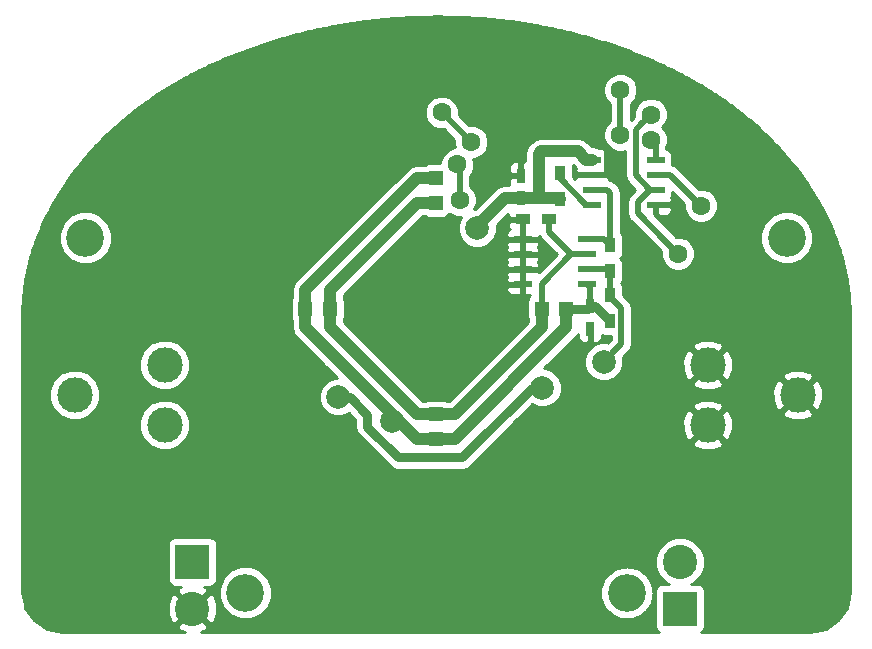
<source format=gbr>
G04 #@! TF.FileFunction,Copper,L2,Bot,Signal*
%FSLAX46Y46*%
G04 Gerber Fmt 4.6, Leading zero omitted, Abs format (unit mm)*
G04 Created by KiCad (PCBNEW 0.201603210401+6634~43~ubuntu14.04.1-product) date Wed 30 Mar 2016 02:45:51 PM EEST*
%MOMM*%
G01*
G04 APERTURE LIST*
%ADD10C,0.100000*%
%ADD11R,1.550000X0.600000*%
%ADD12C,3.200000*%
%ADD13C,3.000000*%
%ADD14R,0.750000X1.200000*%
%ADD15R,0.900000X1.200000*%
%ADD16R,1.200000X0.900000*%
%ADD17R,2.900000X2.900000*%
%ADD18C,2.900000*%
%ADD19R,1.198880X1.198880*%
%ADD20C,2.000000*%
%ADD21C,1.600000*%
%ADD22C,1.000000*%
%ADD23C,0.800000*%
%ADD24C,0.500000*%
%ADD25C,0.300000*%
%ADD26C,0.254000*%
G04 APERTURE END LIST*
D10*
D11*
X105800000Y-93295000D03*
X105800000Y-94565000D03*
X105800000Y-95835000D03*
X105800000Y-97105000D03*
X100400000Y-97105000D03*
X100400000Y-95835000D03*
X100400000Y-94565000D03*
X100400000Y-93295000D03*
D12*
X116910000Y-99910000D03*
X57510000Y-99910000D03*
X71060000Y-129970000D03*
D13*
X110210000Y-115750000D03*
X117830000Y-113210000D03*
X110210000Y-110670000D03*
X56610000Y-113200000D03*
X64230000Y-110660000D03*
X64230000Y-115740000D03*
D14*
X100250000Y-105700000D03*
X100250000Y-107600000D03*
X94400000Y-96550000D03*
X94400000Y-94650000D03*
D15*
X101948026Y-106950000D03*
X101948026Y-104750000D03*
X101948026Y-100550000D03*
X101948026Y-102750000D03*
X97700000Y-96600000D03*
X97700000Y-94400000D03*
D16*
X96748026Y-98350000D03*
X94548026Y-98350000D03*
D17*
X107860000Y-131300000D03*
D18*
X107860000Y-127340000D03*
D17*
X66580000Y-127350000D03*
D18*
X66580000Y-131310000D03*
D19*
X78249020Y-105900000D03*
X76150980Y-105900000D03*
X87200000Y-96949020D03*
X87200000Y-94850980D03*
X87200000Y-114850980D03*
X87200000Y-116949020D03*
X96150980Y-105900000D03*
X98249020Y-105900000D03*
D11*
X94548026Y-103855000D03*
X94548026Y-102585000D03*
X94548026Y-101315000D03*
X94548026Y-100045000D03*
X99948026Y-100045000D03*
X99948026Y-101315000D03*
X99948026Y-102585000D03*
X99948026Y-103855000D03*
D12*
X103360000Y-129980000D03*
D20*
X90700000Y-99100000D03*
X83500000Y-115400000D03*
D21*
X112200000Y-101249990D03*
X74700000Y-109100000D03*
X72800000Y-106500000D03*
X92600000Y-93800000D03*
D20*
X121000000Y-121000000D03*
X112000000Y-123000000D03*
X77900000Y-118600000D03*
X93200000Y-122100000D03*
X89500000Y-124400000D03*
X84300000Y-121900000D03*
X85900000Y-124400000D03*
X92300000Y-107400000D03*
X92300000Y-105300000D03*
X101400000Y-110400008D03*
D21*
X87700000Y-89300000D03*
X90200000Y-91800000D03*
X102799998Y-87400000D03*
X102800000Y-91199996D03*
D20*
X96200000Y-112600000D03*
X78900002Y-113400000D03*
D21*
X89000000Y-93700000D03*
X89200000Y-96700000D03*
X109650000Y-97200000D03*
X107700000Y-101249990D03*
X105400000Y-89500000D03*
X105400000Y-91600000D03*
D22*
X90700000Y-98875000D02*
X90700000Y-99100000D01*
X93025000Y-96550000D02*
X90700000Y-98875000D01*
X94400000Y-96550000D02*
X93025000Y-96550000D01*
X95900000Y-96550000D02*
X95900000Y-92800000D01*
X95900000Y-92800000D02*
X96100000Y-92600000D01*
X96100000Y-92600000D02*
X99230000Y-92600000D01*
X99230000Y-92600000D02*
X99925000Y-93295000D01*
X99925000Y-93295000D02*
X100400000Y-93295000D01*
X95900000Y-96550000D02*
X97650000Y-96550000D01*
X94400000Y-96550000D02*
X95900000Y-96550000D01*
X97650000Y-96550000D02*
X97700000Y-96600000D01*
X83500000Y-115351540D02*
X83500000Y-115400000D01*
X83751540Y-115100000D02*
X83500000Y-115351540D01*
X85600560Y-116949020D02*
X83751540Y-115100000D01*
X83751540Y-115100000D02*
X78600000Y-109948460D01*
X78600000Y-109948460D02*
X76150980Y-107499440D01*
X78565759Y-109948460D02*
X78600000Y-109948460D01*
D23*
X100250000Y-105700000D02*
X100698026Y-105700000D01*
X100698026Y-105700000D02*
X101948026Y-106950000D01*
X98249020Y-105900000D02*
X100050000Y-105900000D01*
X100050000Y-105900000D02*
X100250000Y-105700000D01*
D24*
X100250000Y-105700000D02*
X100250000Y-104156974D01*
X100250000Y-104156974D02*
X99948026Y-103855000D01*
D22*
X76150980Y-105900000D02*
X76150980Y-104300560D01*
X76150980Y-104300560D02*
X85600560Y-94850980D01*
X85600560Y-94850980D02*
X87200000Y-94850980D01*
X87200000Y-116949020D02*
X85600560Y-116949020D01*
X76150980Y-107499440D02*
X76150980Y-105900000D01*
X98249020Y-105900000D02*
X98249020Y-107499440D01*
X98249020Y-107499440D02*
X88799440Y-116949020D01*
X88799440Y-116949020D02*
X87200000Y-116949020D01*
D24*
X94400000Y-94650000D02*
X93450000Y-94650000D01*
X93450000Y-94650000D02*
X92600000Y-93800000D01*
D25*
X100400000Y-94565000D02*
X101475000Y-94565000D01*
X101475000Y-94565000D02*
X101600000Y-94440000D01*
X101600000Y-94440000D02*
X101600000Y-92300000D01*
D24*
X112000000Y-123000000D02*
X114000000Y-121000000D01*
X114000000Y-121000000D02*
X121000000Y-121000000D01*
D23*
X84300000Y-121900000D02*
X81200000Y-121900000D01*
X81200000Y-121900000D02*
X77900000Y-118600000D01*
D24*
X89500000Y-124400000D02*
X90900000Y-124400000D01*
X90900000Y-124400000D02*
X93200000Y-122100000D01*
X85900000Y-124400000D02*
X85900000Y-123500000D01*
X85900000Y-123500000D02*
X84300000Y-121900000D01*
X92277082Y-103177082D02*
X92277082Y-105277082D01*
X92277082Y-105277082D02*
X92300000Y-105300000D01*
X97700000Y-94400000D02*
X97700000Y-94880000D01*
X97700000Y-94880000D02*
X99925000Y-97105000D01*
X99925000Y-97105000D02*
X100400000Y-97105000D01*
X102399999Y-109400009D02*
X101400000Y-110400008D01*
X102898026Y-108901982D02*
X102399999Y-109400009D01*
X102898026Y-105850000D02*
X102898026Y-108901982D01*
X101948026Y-104900000D02*
X102898026Y-105850000D01*
X101948026Y-104750000D02*
X101948026Y-104900000D01*
X101948026Y-102750000D02*
X101948026Y-104750000D01*
X99948026Y-102585000D02*
X101783026Y-102585000D01*
X101783026Y-102585000D02*
X101948026Y-102750000D01*
X90200000Y-91800000D02*
X87700000Y-89300000D01*
X102800000Y-87400002D02*
X102799998Y-87400000D01*
X102800000Y-91199996D02*
X102800000Y-87400002D01*
D23*
X78900002Y-113400000D02*
X79900000Y-113400000D01*
X79900000Y-113400000D02*
X81400000Y-114900000D01*
X81400000Y-114900000D02*
X81400000Y-115899998D01*
X81400000Y-115899998D02*
X84000002Y-118500000D01*
X84000002Y-118500000D02*
X89400000Y-118500000D01*
X89400000Y-118500000D02*
X95300000Y-112600000D01*
X95300000Y-112600000D02*
X96200000Y-112600000D01*
D24*
X96150980Y-105900000D02*
X96150980Y-103837046D01*
X96150980Y-103837046D02*
X98673026Y-101315000D01*
X98673026Y-101315000D02*
X99948026Y-101315000D01*
X96598026Y-98350000D02*
X96748026Y-98350000D01*
X96898026Y-98350000D02*
X96748026Y-98350000D01*
D22*
X87200000Y-114850980D02*
X88799440Y-114850980D01*
X88799440Y-114850980D02*
X96150980Y-107499440D01*
X96150980Y-107499440D02*
X96150980Y-105900000D01*
X87200000Y-96949020D02*
X85600560Y-96949020D01*
X85600560Y-96949020D02*
X78249020Y-104300560D01*
X78249020Y-104300560D02*
X78249020Y-105900000D01*
X87200000Y-114850980D02*
X85600560Y-114850980D01*
X85600560Y-114850980D02*
X78249020Y-107499440D01*
X78249020Y-107499440D02*
X78249020Y-105900000D01*
D24*
X96748026Y-98350000D02*
X96748026Y-99390000D01*
X96748026Y-99390000D02*
X98673026Y-101315000D01*
X100400000Y-95835000D02*
X101675000Y-95835000D01*
X101675000Y-95835000D02*
X101948026Y-96108026D01*
X101948026Y-96108026D02*
X101948026Y-99450000D01*
X101948026Y-99450000D02*
X101948026Y-100550000D01*
X99948026Y-100045000D02*
X101000000Y-100045000D01*
X101000000Y-100045000D02*
X101443026Y-100045000D01*
D25*
X99473026Y-100045000D02*
X99948026Y-100045000D01*
X102010705Y-100487321D02*
X101948026Y-100550000D01*
D24*
X101443026Y-100045000D02*
X101948026Y-100550000D01*
X89200000Y-96700000D02*
X89200000Y-93900000D01*
X89200000Y-93900000D02*
X89000000Y-93700000D01*
X105800000Y-94565000D02*
X107015000Y-94565000D01*
X107015000Y-94565000D02*
X109650000Y-97200000D01*
X106700001Y-100249991D02*
X107700000Y-101249990D01*
X104300000Y-97849990D02*
X106700001Y-100249991D01*
X105325000Y-95835000D02*
X104300000Y-96860000D01*
X104300000Y-96860000D02*
X104300000Y-97849990D01*
X105800000Y-95835000D02*
X105325000Y-95835000D01*
X104600001Y-90299999D02*
X105400000Y-89500000D01*
X104100000Y-90800000D02*
X104600001Y-90299999D01*
X105325000Y-95835000D02*
X104100000Y-94610000D01*
X104100000Y-94610000D02*
X104100000Y-90800000D01*
X105800000Y-93295000D02*
X105800000Y-92000000D01*
X105800000Y-92000000D02*
X105400000Y-91600000D01*
D26*
G36*
X87612043Y-81174148D02*
X87877162Y-81176119D01*
X88142208Y-81179569D01*
X88407457Y-81184499D01*
X88672643Y-81190911D01*
X88937505Y-81198696D01*
X89202269Y-81208057D01*
X89467054Y-81218900D01*
X89731902Y-81231132D01*
X89996259Y-81244921D01*
X90260660Y-81260201D01*
X90524659Y-81276947D01*
X90788793Y-81295286D01*
X91052509Y-81314988D01*
X91316345Y-81336292D01*
X91579381Y-81358934D01*
X91842676Y-81383282D01*
X92105428Y-81408996D01*
X92367953Y-81436272D01*
X92630388Y-81465059D01*
X92892401Y-81495299D01*
X93153998Y-81527112D01*
X93415360Y-81560411D01*
X93676382Y-81595181D01*
X93937046Y-81631447D01*
X94197429Y-81669194D01*
X94457383Y-81708330D01*
X94716808Y-81748923D01*
X94975847Y-81790914D01*
X95234314Y-81834353D01*
X95492279Y-81879268D01*
X95750071Y-81925601D01*
X96006935Y-81973351D01*
X96263676Y-82022550D01*
X96519767Y-82073098D01*
X96775202Y-82125091D01*
X97030359Y-82178528D01*
X97284501Y-82233254D01*
X97538556Y-82289546D01*
X97791829Y-82347077D01*
X98044326Y-82406065D01*
X98296518Y-82466379D01*
X98547905Y-82528141D01*
X98798629Y-82591167D01*
X99048519Y-82655633D01*
X99298102Y-82721478D01*
X99546643Y-82788608D01*
X99795030Y-82857238D01*
X100042101Y-82927000D01*
X100288701Y-82998203D01*
X100534699Y-83070810D01*
X100779641Y-83144618D01*
X101023891Y-83219832D01*
X101267704Y-83296405D01*
X101510252Y-83374139D01*
X101752222Y-83453286D01*
X101993311Y-83533715D01*
X102233391Y-83615447D01*
X102472917Y-83698572D01*
X102711538Y-83782838D01*
X102949105Y-83868420D01*
X103185846Y-83955304D01*
X103421519Y-84043399D01*
X103656762Y-84133043D01*
X103890671Y-84223636D01*
X104123544Y-84315547D01*
X104355825Y-84408854D01*
X104586770Y-84503197D01*
X104816972Y-84599016D01*
X105046019Y-84695943D01*
X105274282Y-84794178D01*
X105501207Y-84893495D01*
X105727149Y-84994132D01*
X105952180Y-85095981D01*
X106176111Y-85199099D01*
X106398892Y-85303365D01*
X106620508Y-85408770D01*
X106840963Y-85515413D01*
X107060628Y-85623377D01*
X107278986Y-85732409D01*
X107496032Y-85842552D01*
X107712190Y-85954069D01*
X107926830Y-86066491D01*
X108140453Y-86180324D01*
X108352755Y-86295108D01*
X108564171Y-86411328D01*
X108774117Y-86528466D01*
X108982761Y-86646766D01*
X109189999Y-86766167D01*
X109396433Y-86886964D01*
X109601361Y-87008705D01*
X109804780Y-87131482D01*
X110006990Y-87255474D01*
X110207831Y-87380546D01*
X110407521Y-87506810D01*
X110605764Y-87634105D01*
X110802581Y-87762541D01*
X110998046Y-87891968D01*
X111192121Y-88022593D01*
X111384645Y-88154138D01*
X111575911Y-88286937D01*
X111765633Y-88420692D01*
X111953813Y-88555540D01*
X112140534Y-88691400D01*
X112325728Y-88828364D01*
X112509270Y-88966191D01*
X112691422Y-89105299D01*
X112872129Y-89245328D01*
X113051163Y-89386445D01*
X113228778Y-89528477D01*
X113404828Y-89671586D01*
X113579278Y-89815561D01*
X113752362Y-89960774D01*
X113923788Y-90106706D01*
X114093557Y-90253618D01*
X114261775Y-90401528D01*
X114428622Y-90550489D01*
X114593797Y-90700231D01*
X114757204Y-90850761D01*
X114919067Y-91002374D01*
X115079497Y-91154894D01*
X115238162Y-91308192D01*
X115395364Y-91462464D01*
X115550787Y-91617497D01*
X115704723Y-91773484D01*
X115857087Y-91930339D01*
X116007583Y-92087751D01*
X116156429Y-92246148D01*
X116304016Y-92405652D01*
X116449694Y-92565556D01*
X116593648Y-92726372D01*
X116735970Y-92887884D01*
X116876573Y-93050214D01*
X117015675Y-93213394D01*
X117152891Y-93377196D01*
X117288667Y-93541919D01*
X117422550Y-93707156D01*
X117554762Y-93873150D01*
X117685306Y-94039908D01*
X117814147Y-94207412D01*
X117941231Y-94375463D01*
X118066550Y-94544176D01*
X118190147Y-94713574D01*
X118312084Y-94883683D01*
X118432161Y-95054415D01*
X118550745Y-95225963D01*
X118667350Y-95397859D01*
X118782144Y-95570245D01*
X118895211Y-95743491D01*
X119006621Y-95917314D01*
X119116229Y-96091734D01*
X119224044Y-96266667D01*
X119329967Y-96442008D01*
X119434214Y-96618149D01*
X119536590Y-96794567D01*
X119637093Y-96971611D01*
X119735982Y-97149379D01*
X119832840Y-97327293D01*
X119927922Y-97505911D01*
X120021250Y-97685000D01*
X120112830Y-97864667D01*
X120202312Y-98044406D01*
X120290071Y-98224966D01*
X120376053Y-98405847D01*
X120460040Y-98587188D01*
X120542288Y-98768928D01*
X120622601Y-98951158D01*
X120701065Y-99133756D01*
X120777628Y-99316694D01*
X120852390Y-99500113D01*
X120925167Y-99683798D01*
X120996091Y-99867834D01*
X121064986Y-100052005D01*
X121132030Y-100236882D01*
X121197249Y-100422087D01*
X121260488Y-100607454D01*
X121321857Y-100793201D01*
X121381212Y-100979195D01*
X121438703Y-101165484D01*
X121494232Y-101352059D01*
X121547741Y-101538954D01*
X121599437Y-101726125D01*
X121649080Y-101913589D01*
X121696839Y-102101150D01*
X121742495Y-102288986D01*
X121786335Y-102477193D01*
X121828055Y-102665173D01*
X121867804Y-102853689D01*
X121905643Y-103042594D01*
X121941505Y-103231448D01*
X121975237Y-103420349D01*
X122007078Y-103609748D01*
X122036957Y-103799146D01*
X122064696Y-103988599D01*
X122090405Y-104178093D01*
X122114135Y-104368128D01*
X122135895Y-104558002D01*
X122155527Y-104747870D01*
X122173060Y-104938031D01*
X122188660Y-105128317D01*
X122202133Y-105318484D01*
X122213588Y-105508886D01*
X122222928Y-105699439D01*
X122230245Y-105889955D01*
X122235534Y-106080373D01*
X122238613Y-106270961D01*
X122239691Y-106465274D01*
X122239691Y-129907285D01*
X121974953Y-131238212D01*
X121259259Y-132309323D01*
X120188150Y-133025014D01*
X118857224Y-133289752D01*
X109645174Y-133289752D01*
X109767809Y-133207809D01*
X109908157Y-132997765D01*
X109957440Y-132750000D01*
X109957440Y-129850000D01*
X109908157Y-129602235D01*
X109767809Y-129392191D01*
X109557765Y-129251843D01*
X109310000Y-129202560D01*
X108812134Y-129202560D01*
X109039515Y-129108608D01*
X109626547Y-128522600D01*
X109944638Y-127756552D01*
X109945362Y-126927087D01*
X109628608Y-126160485D01*
X109042600Y-125573453D01*
X108276552Y-125255362D01*
X107447087Y-125254638D01*
X106680485Y-125571392D01*
X106093453Y-126157400D01*
X105775362Y-126923448D01*
X105774638Y-127752913D01*
X106091392Y-128519515D01*
X106677400Y-129106547D01*
X106908625Y-129202560D01*
X106410000Y-129202560D01*
X106162235Y-129251843D01*
X105952191Y-129392191D01*
X105811843Y-129602235D01*
X105762560Y-129850000D01*
X105762560Y-132750000D01*
X105811843Y-132997765D01*
X105952191Y-133207809D01*
X106074826Y-133289752D01*
X67269901Y-133289752D01*
X67724565Y-133101424D01*
X67878244Y-132787849D01*
X66580000Y-131489605D01*
X65281756Y-132787849D01*
X65435435Y-133101424D01*
X65917848Y-133289752D01*
X55557467Y-133289752D01*
X54226540Y-133025014D01*
X53155429Y-132309320D01*
X52439738Y-131238211D01*
X52380044Y-130938108D01*
X64486934Y-130938108D01*
X64503942Y-131767398D01*
X64788576Y-132454565D01*
X65102151Y-132608244D01*
X66400395Y-131310000D01*
X66759605Y-131310000D01*
X68057849Y-132608244D01*
X68371424Y-132454565D01*
X68673066Y-131681892D01*
X68656058Y-130852602D01*
X68473812Y-130412619D01*
X68824613Y-130412619D01*
X69164155Y-131234372D01*
X69792321Y-131863636D01*
X70613481Y-132204611D01*
X71502619Y-132205387D01*
X72324372Y-131865845D01*
X72953636Y-131237679D01*
X73294611Y-130416519D01*
X73295002Y-129967600D01*
X101103256Y-129967600D01*
X101124915Y-130076488D01*
X101124613Y-130422619D01*
X101257957Y-130745335D01*
X101275288Y-130832465D01*
X101324212Y-130905685D01*
X101464155Y-131244372D01*
X101725339Y-131506013D01*
X101765195Y-131565661D01*
X101824322Y-131605168D01*
X102092321Y-131873636D01*
X102445742Y-132020389D01*
X102498391Y-132055568D01*
X102559952Y-132067813D01*
X102913481Y-132214611D01*
X103299650Y-132214948D01*
X103363256Y-132227600D01*
X103426306Y-132215059D01*
X103802619Y-132215387D01*
X104153475Y-132070416D01*
X104228121Y-132055568D01*
X104290850Y-132013654D01*
X104624372Y-131875845D01*
X104882023Y-131618644D01*
X104961317Y-131565661D01*
X105013837Y-131487060D01*
X105253636Y-131247679D01*
X105384718Y-130931998D01*
X105451224Y-130832465D01*
X105474374Y-130716083D01*
X105594611Y-130426519D01*
X105594887Y-130110221D01*
X105623256Y-129967600D01*
X105595135Y-129826225D01*
X105595387Y-129537381D01*
X105484112Y-129268076D01*
X105451224Y-129102735D01*
X105358383Y-128963790D01*
X105255845Y-128715628D01*
X105064471Y-128523919D01*
X104961317Y-128369539D01*
X104808286Y-128267287D01*
X104627679Y-128086364D01*
X104389505Y-127987466D01*
X104228121Y-127879632D01*
X104039417Y-127842096D01*
X103806519Y-127745389D01*
X103552118Y-127745167D01*
X103363256Y-127707600D01*
X103176044Y-127744839D01*
X102917381Y-127744613D01*
X102676216Y-127844260D01*
X102498391Y-127879632D01*
X102348955Y-127979482D01*
X102095628Y-128084155D01*
X101899929Y-128279512D01*
X101765195Y-128369539D01*
X101675955Y-128503096D01*
X101466364Y-128712321D01*
X101351795Y-128988235D01*
X101275288Y-129102735D01*
X101248657Y-129236618D01*
X101125389Y-129533481D01*
X101125106Y-129857752D01*
X101103256Y-129967600D01*
X73295002Y-129967600D01*
X73295387Y-129527381D01*
X72955845Y-128705628D01*
X72327679Y-128076364D01*
X71506519Y-127735389D01*
X70617381Y-127734613D01*
X69795628Y-128074155D01*
X69166364Y-128702321D01*
X68825389Y-129523481D01*
X68824613Y-130412619D01*
X68473812Y-130412619D01*
X68371424Y-130165435D01*
X68057849Y-130011756D01*
X66759605Y-131310000D01*
X66400395Y-131310000D01*
X65102151Y-130011756D01*
X64788576Y-130165435D01*
X64486934Y-130938108D01*
X52380044Y-130938108D01*
X52175000Y-129907285D01*
X52175000Y-125900000D01*
X64482560Y-125900000D01*
X64482560Y-128800000D01*
X64531843Y-129047765D01*
X64672191Y-129257809D01*
X64882235Y-129398157D01*
X65130000Y-129447440D01*
X65607172Y-129447440D01*
X65435435Y-129518576D01*
X65281756Y-129832151D01*
X66580000Y-131130395D01*
X67878244Y-129832151D01*
X67724565Y-129518576D01*
X67542346Y-129447440D01*
X68030000Y-129447440D01*
X68277765Y-129398157D01*
X68487809Y-129257809D01*
X68628157Y-129047765D01*
X68677440Y-128800000D01*
X68677440Y-125900000D01*
X68628157Y-125652235D01*
X68487809Y-125442191D01*
X68277765Y-125301843D01*
X68030000Y-125252560D01*
X65130000Y-125252560D01*
X64882235Y-125301843D01*
X64672191Y-125442191D01*
X64531843Y-125652235D01*
X64482560Y-125900000D01*
X52175000Y-125900000D01*
X52175000Y-116162815D01*
X62094630Y-116162815D01*
X62418980Y-116947800D01*
X63019041Y-117548909D01*
X63803459Y-117874628D01*
X64652815Y-117875370D01*
X65437800Y-117551020D01*
X66038909Y-116950959D01*
X66364628Y-116166541D01*
X66365370Y-115317185D01*
X66041020Y-114532200D01*
X65440959Y-113931091D01*
X64656541Y-113605372D01*
X63807185Y-113604630D01*
X63022200Y-113928980D01*
X62421091Y-114529041D01*
X62095372Y-115313459D01*
X62094630Y-116162815D01*
X52175000Y-116162815D01*
X52175000Y-113622815D01*
X54474630Y-113622815D01*
X54798980Y-114407800D01*
X55399041Y-115008909D01*
X56183459Y-115334628D01*
X57032815Y-115335370D01*
X57817800Y-115011020D01*
X58418909Y-114410959D01*
X58744628Y-113626541D01*
X58745370Y-112777185D01*
X58421020Y-111992200D01*
X57820959Y-111391091D01*
X57078549Y-111082815D01*
X62094630Y-111082815D01*
X62418980Y-111867800D01*
X63019041Y-112468909D01*
X63803459Y-112794628D01*
X64652815Y-112795370D01*
X65437800Y-112471020D01*
X66038909Y-111870959D01*
X66364628Y-111086541D01*
X66365370Y-110237185D01*
X66041020Y-109452200D01*
X65440959Y-108851091D01*
X64656541Y-108525372D01*
X63807185Y-108524630D01*
X63022200Y-108848980D01*
X62421091Y-109449041D01*
X62095372Y-110233459D01*
X62094630Y-111082815D01*
X57078549Y-111082815D01*
X57036541Y-111065372D01*
X56187185Y-111064630D01*
X55402200Y-111388980D01*
X54801091Y-111989041D01*
X54475372Y-112773459D01*
X54474630Y-113622815D01*
X52175000Y-113622815D01*
X52175000Y-106461615D01*
X52174992Y-106461572D01*
X52176049Y-106271100D01*
X52179222Y-106080574D01*
X52184518Y-105889953D01*
X52191827Y-105699608D01*
X52201267Y-105508994D01*
X52212710Y-105318876D01*
X52214016Y-105300560D01*
X74904100Y-105300560D01*
X74904100Y-106499440D01*
X74953383Y-106747205D01*
X75015980Y-106840887D01*
X75015980Y-107499440D01*
X75102377Y-107933786D01*
X75278545Y-108197440D01*
X75348414Y-108302006D01*
X77694243Y-110647835D01*
X77763193Y-110751026D01*
X77866384Y-110819976D01*
X78811329Y-111764921D01*
X78576207Y-111764716D01*
X77975059Y-112013106D01*
X77514724Y-112472637D01*
X77265286Y-113073352D01*
X77264718Y-113723795D01*
X77513108Y-114324943D01*
X77972639Y-114785278D01*
X78573354Y-115034716D01*
X79223797Y-115035284D01*
X79823698Y-114787409D01*
X80365000Y-115328711D01*
X80365000Y-115899993D01*
X80364999Y-115899998D01*
X80443785Y-116296075D01*
X80668144Y-116631854D01*
X83268144Y-119231853D01*
X83268146Y-119231856D01*
X83603925Y-119456215D01*
X84000002Y-119535001D01*
X84000007Y-119535000D01*
X89399995Y-119535000D01*
X89400000Y-119535001D01*
X89796077Y-119456215D01*
X90131856Y-119231856D01*
X92099742Y-117263970D01*
X108875635Y-117263970D01*
X109035418Y-117582739D01*
X109826187Y-117892723D01*
X110675387Y-117876497D01*
X111384582Y-117582739D01*
X111544365Y-117263970D01*
X110210000Y-115929605D01*
X108875635Y-117263970D01*
X92099742Y-117263970D01*
X93997525Y-115366187D01*
X108067277Y-115366187D01*
X108083503Y-116215387D01*
X108377261Y-116924582D01*
X108696030Y-117084365D01*
X110030395Y-115750000D01*
X110389605Y-115750000D01*
X111723970Y-117084365D01*
X112042739Y-116924582D01*
X112352723Y-116133813D01*
X112336497Y-115284613D01*
X112104272Y-114723970D01*
X116495635Y-114723970D01*
X116655418Y-115042739D01*
X117446187Y-115352723D01*
X118295387Y-115336497D01*
X119004582Y-115042739D01*
X119164365Y-114723970D01*
X117830000Y-113389605D01*
X116495635Y-114723970D01*
X112104272Y-114723970D01*
X112042739Y-114575418D01*
X111723970Y-114415635D01*
X110389605Y-115750000D01*
X110030395Y-115750000D01*
X108696030Y-114415635D01*
X108377261Y-114575418D01*
X108067277Y-115366187D01*
X93997525Y-115366187D01*
X95127682Y-114236030D01*
X108875635Y-114236030D01*
X110210000Y-115570395D01*
X111544365Y-114236030D01*
X111384582Y-113917261D01*
X110593813Y-113607277D01*
X109744613Y-113623503D01*
X109035418Y-113917261D01*
X108875635Y-114236030D01*
X95127682Y-114236030D01*
X95347393Y-114016319D01*
X95873352Y-114234716D01*
X96523795Y-114235284D01*
X97124943Y-113986894D01*
X97585278Y-113527363D01*
X97834716Y-112926648D01*
X97834803Y-112826187D01*
X115687277Y-112826187D01*
X115703503Y-113675387D01*
X115997261Y-114384582D01*
X116316030Y-114544365D01*
X117650395Y-113210000D01*
X118009605Y-113210000D01*
X119343970Y-114544365D01*
X119662739Y-114384582D01*
X119972723Y-113593813D01*
X119956497Y-112744613D01*
X119662739Y-112035418D01*
X119343970Y-111875635D01*
X118009605Y-113210000D01*
X117650395Y-113210000D01*
X116316030Y-111875635D01*
X115997261Y-112035418D01*
X115687277Y-112826187D01*
X97834803Y-112826187D01*
X97835284Y-112276205D01*
X97797174Y-112183970D01*
X108875635Y-112183970D01*
X109035418Y-112502739D01*
X109826187Y-112812723D01*
X110675387Y-112796497D01*
X111384582Y-112502739D01*
X111544365Y-112183970D01*
X110210000Y-110849605D01*
X108875635Y-112183970D01*
X97797174Y-112183970D01*
X97586894Y-111675057D01*
X97127363Y-111214722D01*
X96526648Y-110965284D01*
X96388429Y-110965163D01*
X99051586Y-108302006D01*
X99121455Y-108197440D01*
X99240000Y-108020025D01*
X99240000Y-108326309D01*
X99336673Y-108559698D01*
X99515301Y-108738327D01*
X99748690Y-108835000D01*
X99964250Y-108835000D01*
X100123000Y-108676250D01*
X100123000Y-107727000D01*
X100103000Y-107727000D01*
X100103000Y-107473000D01*
X100123000Y-107473000D01*
X100123000Y-107453000D01*
X100377000Y-107453000D01*
X100377000Y-107473000D01*
X100397000Y-107473000D01*
X100397000Y-107727000D01*
X100377000Y-107727000D01*
X100377000Y-108676250D01*
X100535750Y-108835000D01*
X100751310Y-108835000D01*
X100984699Y-108738327D01*
X101163327Y-108559698D01*
X101260000Y-108326309D01*
X101260000Y-108150094D01*
X101498026Y-108197440D01*
X102013026Y-108197440D01*
X102013026Y-108535402D01*
X101774209Y-108774219D01*
X101774207Y-108774222D01*
X101766563Y-108781866D01*
X101726648Y-108765292D01*
X101076205Y-108764724D01*
X100475057Y-109013114D01*
X100014722Y-109472645D01*
X99765284Y-110073360D01*
X99764716Y-110723803D01*
X100013106Y-111324951D01*
X100472637Y-111785286D01*
X101073352Y-112034724D01*
X101723795Y-112035292D01*
X102324943Y-111786902D01*
X102785278Y-111327371D01*
X103034716Y-110726656D01*
X103035100Y-110286187D01*
X108067277Y-110286187D01*
X108083503Y-111135387D01*
X108377261Y-111844582D01*
X108696030Y-112004365D01*
X110030395Y-110670000D01*
X110389605Y-110670000D01*
X111723970Y-112004365D01*
X112042739Y-111844582D01*
X112100971Y-111696030D01*
X116495635Y-111696030D01*
X117830000Y-113030395D01*
X119164365Y-111696030D01*
X119004582Y-111377261D01*
X118213813Y-111067277D01*
X117364613Y-111083503D01*
X116655418Y-111377261D01*
X116495635Y-111696030D01*
X112100971Y-111696030D01*
X112352723Y-111053813D01*
X112336497Y-110204613D01*
X112042739Y-109495418D01*
X111723970Y-109335635D01*
X110389605Y-110670000D01*
X110030395Y-110670000D01*
X108696030Y-109335635D01*
X108377261Y-109495418D01*
X108067277Y-110286187D01*
X103035100Y-110286187D01*
X103035284Y-110076213D01*
X103017767Y-110033820D01*
X103025786Y-110025801D01*
X103025789Y-110025799D01*
X103523813Y-109527774D01*
X103523816Y-109527772D01*
X103715659Y-109240657D01*
X103715660Y-109240656D01*
X103732493Y-109156030D01*
X108875635Y-109156030D01*
X110210000Y-110490395D01*
X111544365Y-109156030D01*
X111384582Y-108837261D01*
X110593813Y-108527277D01*
X109744613Y-108543503D01*
X109035418Y-108837261D01*
X108875635Y-109156030D01*
X103732493Y-109156030D01*
X103783027Y-108901982D01*
X103783026Y-108901977D01*
X103783026Y-105850005D01*
X103783027Y-105850000D01*
X103715659Y-105511326D01*
X103715659Y-105511325D01*
X103523816Y-105224210D01*
X103523813Y-105224208D01*
X103045466Y-104745860D01*
X103045466Y-104150000D01*
X102996183Y-103902235D01*
X102894462Y-103750000D01*
X102996183Y-103597765D01*
X103045466Y-103350000D01*
X103045466Y-102150000D01*
X102996183Y-101902235D01*
X102855835Y-101692191D01*
X102792692Y-101650000D01*
X102855835Y-101607809D01*
X102996183Y-101397765D01*
X103045466Y-101150000D01*
X103045466Y-99950000D01*
X102996183Y-99702235D01*
X102855835Y-99492191D01*
X102833026Y-99476950D01*
X102833026Y-96108031D01*
X102833027Y-96108026D01*
X102765659Y-95769351D01*
X102758180Y-95758158D01*
X102573816Y-95482236D01*
X102573813Y-95482234D01*
X102300790Y-95209210D01*
X102265726Y-95185781D01*
X102013675Y-95017367D01*
X101936285Y-95001973D01*
X101810000Y-94976853D01*
X101810000Y-94850750D01*
X101651250Y-94692000D01*
X100527000Y-94692000D01*
X100527000Y-94712000D01*
X100273000Y-94712000D01*
X100273000Y-94692000D01*
X99148750Y-94692000D01*
X98990000Y-94850750D01*
X98990000Y-94918420D01*
X98797440Y-94725860D01*
X98797440Y-93800000D01*
X98790630Y-93765762D01*
X99040834Y-94015966D01*
X98990000Y-94138690D01*
X98990000Y-94279250D01*
X99148750Y-94438000D01*
X100273000Y-94438000D01*
X100273000Y-94430000D01*
X100400000Y-94430000D01*
X100460328Y-94418000D01*
X100527000Y-94418000D01*
X100527000Y-94438000D01*
X101651250Y-94438000D01*
X101810000Y-94279250D01*
X101810000Y-94138690D01*
X101720232Y-93921972D01*
X101773157Y-93842765D01*
X101822440Y-93595000D01*
X101822440Y-92995000D01*
X101773157Y-92747235D01*
X101632809Y-92537191D01*
X101422765Y-92396843D01*
X101175000Y-92347560D01*
X100985747Y-92347560D01*
X100834346Y-92246397D01*
X100400000Y-92160000D01*
X100395132Y-92160000D01*
X100032566Y-91797434D01*
X100017343Y-91787262D01*
X99664346Y-91551397D01*
X99230000Y-91465000D01*
X96100000Y-91465000D01*
X95665654Y-91551397D01*
X95312657Y-91787262D01*
X95297434Y-91797434D01*
X95097434Y-91997434D01*
X94851397Y-92365654D01*
X94765000Y-92800000D01*
X94765000Y-93415000D01*
X94685750Y-93415000D01*
X94527000Y-93573750D01*
X94527000Y-94523000D01*
X94547000Y-94523000D01*
X94547000Y-94777000D01*
X94527000Y-94777000D01*
X94527000Y-94797000D01*
X94273000Y-94797000D01*
X94273000Y-94777000D01*
X93548750Y-94777000D01*
X93390000Y-94935750D01*
X93390000Y-95376309D01*
X93406026Y-95415000D01*
X93025000Y-95415000D01*
X92590655Y-95501396D01*
X92222434Y-95747433D01*
X90505039Y-97464829D01*
X90436235Y-97464768D01*
X90634750Y-96986691D01*
X90635248Y-96415813D01*
X90417243Y-95888200D01*
X90085000Y-95555377D01*
X90085000Y-94644519D01*
X90215824Y-94513923D01*
X90434750Y-93986691D01*
X90434804Y-93923691D01*
X93390000Y-93923691D01*
X93390000Y-94364250D01*
X93548750Y-94523000D01*
X94273000Y-94523000D01*
X94273000Y-93573750D01*
X94114250Y-93415000D01*
X93898690Y-93415000D01*
X93665301Y-93511673D01*
X93486673Y-93690302D01*
X93390000Y-93923691D01*
X90434804Y-93923691D01*
X90435248Y-93415813D01*
X90360596Y-93235140D01*
X90484187Y-93235248D01*
X91011800Y-93017243D01*
X91415824Y-92613923D01*
X91634750Y-92086691D01*
X91635248Y-91515813D01*
X91417243Y-90988200D01*
X91013923Y-90584176D01*
X90486691Y-90365250D01*
X90016419Y-90364840D01*
X89134840Y-89483261D01*
X89135248Y-89015813D01*
X88917243Y-88488200D01*
X88513923Y-88084176D01*
X87986691Y-87865250D01*
X87415813Y-87864752D01*
X86888200Y-88082757D01*
X86484176Y-88486077D01*
X86265250Y-89013309D01*
X86264752Y-89584187D01*
X86482757Y-90111800D01*
X86886077Y-90515824D01*
X87413309Y-90734750D01*
X87883581Y-90735160D01*
X88765160Y-91616739D01*
X88764752Y-92084187D01*
X88839404Y-92264860D01*
X88715813Y-92264752D01*
X88188200Y-92482757D01*
X87784176Y-92886077D01*
X87565250Y-93413309D01*
X87565084Y-93604100D01*
X86600560Y-93604100D01*
X86352795Y-93653383D01*
X86259113Y-93715980D01*
X85600560Y-93715980D01*
X85166214Y-93802377D01*
X84894082Y-93984210D01*
X84797994Y-94048414D01*
X75348414Y-103497994D01*
X75102377Y-103866214D01*
X75015980Y-104300560D01*
X75015980Y-104959113D01*
X74953383Y-105052795D01*
X74904100Y-105300560D01*
X52214016Y-105300560D01*
X52226278Y-105128732D01*
X52241977Y-104938425D01*
X52259584Y-104748500D01*
X52279417Y-104558638D01*
X52301216Y-104368529D01*
X52324978Y-104179009D01*
X52350878Y-103989623D01*
X52378844Y-103800031D01*
X52408704Y-103610854D01*
X52440704Y-103421744D01*
X52474661Y-103232665D01*
X52510612Y-103043946D01*
X52548607Y-102855320D01*
X52588529Y-102666994D01*
X52630471Y-102478975D01*
X52674472Y-102291006D01*
X52720420Y-102103257D01*
X52768333Y-101915565D01*
X52818130Y-101728437D01*
X52869948Y-101541527D01*
X52923760Y-101354778D01*
X52979534Y-101168123D01*
X53037237Y-100981871D01*
X53096741Y-100796115D01*
X53158280Y-100610628D01*
X53221806Y-100425274D01*
X53247493Y-100352619D01*
X55274613Y-100352619D01*
X55614155Y-101174372D01*
X56242321Y-101803636D01*
X57063481Y-102144611D01*
X57952619Y-102145387D01*
X58774372Y-101805845D01*
X59403636Y-101177679D01*
X59744611Y-100356519D01*
X59745387Y-99467381D01*
X59405845Y-98645628D01*
X58777679Y-98016364D01*
X57956519Y-97675389D01*
X57067381Y-97674613D01*
X56245628Y-98014155D01*
X55616364Y-98642321D01*
X55275389Y-99463481D01*
X55274613Y-100352619D01*
X53247493Y-100352619D01*
X53287197Y-100240318D01*
X53354526Y-100055647D01*
X53423691Y-99871369D01*
X53494803Y-99687446D01*
X53567821Y-99503983D01*
X53642799Y-99320605D01*
X53719601Y-99137752D01*
X53798212Y-98955361D01*
X53878765Y-98773438D01*
X53961211Y-98591787D01*
X54045576Y-98410449D01*
X54131653Y-98229572D01*
X54219535Y-98049550D01*
X54309537Y-97869448D01*
X54401188Y-97689929D01*
X54494661Y-97511031D01*
X54590025Y-97332626D01*
X54687185Y-97154516D01*
X54786149Y-96977157D01*
X54886904Y-96800107D01*
X54989516Y-96623715D01*
X55093912Y-96447748D01*
X55200145Y-96272312D01*
X55308099Y-96097409D01*
X55417754Y-95923167D01*
X55529291Y-95749546D01*
X55642572Y-95576367D01*
X55757571Y-95403919D01*
X55874375Y-95231969D01*
X55992877Y-95060682D01*
X56113175Y-94890007D01*
X56235132Y-94720103D01*
X56359051Y-94550495D01*
X56484452Y-94381801D01*
X56611786Y-94213549D01*
X56740490Y-94046224D01*
X56871139Y-93879553D01*
X57003480Y-93713397D01*
X57137511Y-93548098D01*
X57273073Y-93383515D01*
X57410312Y-93219899D01*
X57549624Y-93056473D01*
X57690332Y-92893925D01*
X57832537Y-92732434D01*
X57976439Y-92571677D01*
X58122169Y-92411608D01*
X58269447Y-92252235D01*
X58418418Y-92093703D01*
X58568950Y-91936049D01*
X58721193Y-91779122D01*
X58874967Y-91623105D01*
X59030262Y-91468004D01*
X59187357Y-91313644D01*
X59345935Y-91160143D01*
X59506192Y-91007503D01*
X59667939Y-90855720D01*
X59831200Y-90704949D01*
X59996103Y-90554991D01*
X60162621Y-90405967D01*
X60330603Y-90257909D01*
X60500124Y-90110761D01*
X60671332Y-89964528D01*
X60843975Y-89819209D01*
X61018110Y-89674967D01*
X61193931Y-89531563D01*
X61371075Y-89389269D01*
X61549770Y-89248007D01*
X61730022Y-89107658D01*
X61911848Y-88968220D01*
X62095025Y-88829940D01*
X62279714Y-88692710D01*
X62465781Y-88556605D01*
X62653467Y-88421452D01*
X62842655Y-88287339D01*
X63033245Y-88154328D01*
X63225380Y-88022314D01*
X63418839Y-87891450D01*
X63613674Y-87761782D01*
X63732188Y-87684187D01*
X101364750Y-87684187D01*
X101582755Y-88211800D01*
X101915000Y-88544625D01*
X101915000Y-90055825D01*
X101584176Y-90386073D01*
X101365250Y-90913305D01*
X101364752Y-91484183D01*
X101582757Y-92011796D01*
X101986077Y-92415820D01*
X102513309Y-92634746D01*
X103084187Y-92635244D01*
X103215000Y-92581193D01*
X103215000Y-94609995D01*
X103214999Y-94610000D01*
X103268193Y-94877417D01*
X103282367Y-94948675D01*
X103433290Y-95174548D01*
X103474210Y-95235790D01*
X104073420Y-95835000D01*
X103674210Y-96234210D01*
X103482367Y-96521325D01*
X103482367Y-96521326D01*
X103414999Y-96860000D01*
X103415000Y-96860005D01*
X103415000Y-97849985D01*
X103414999Y-97849990D01*
X103460734Y-98079909D01*
X103482367Y-98188665D01*
X103668707Y-98467544D01*
X103674210Y-98475780D01*
X106074209Y-100875778D01*
X106074211Y-100875781D01*
X106265160Y-101066730D01*
X106264752Y-101534177D01*
X106482757Y-102061790D01*
X106886077Y-102465814D01*
X107413309Y-102684740D01*
X107984187Y-102685238D01*
X108511800Y-102467233D01*
X108915824Y-102063913D01*
X109134750Y-101536681D01*
X109135248Y-100965803D01*
X108917243Y-100438190D01*
X108831822Y-100352619D01*
X114674613Y-100352619D01*
X115014155Y-101174372D01*
X115642321Y-101803636D01*
X116463481Y-102144611D01*
X117352619Y-102145387D01*
X118174372Y-101805845D01*
X118803636Y-101177679D01*
X119144611Y-100356519D01*
X119145387Y-99467381D01*
X118805845Y-98645628D01*
X118177679Y-98016364D01*
X117356519Y-97675389D01*
X116467381Y-97674613D01*
X115645628Y-98014155D01*
X115016364Y-98642321D01*
X114675389Y-99463481D01*
X114674613Y-100352619D01*
X108831822Y-100352619D01*
X108513923Y-100034166D01*
X107986691Y-99815240D01*
X107516420Y-99814830D01*
X107325791Y-99624201D01*
X107325788Y-99624199D01*
X105627920Y-97926330D01*
X105673000Y-97881250D01*
X105673000Y-97232000D01*
X105927000Y-97232000D01*
X105927000Y-97881250D01*
X106085750Y-98040000D01*
X106701309Y-98040000D01*
X106934698Y-97943327D01*
X107113327Y-97764699D01*
X107210000Y-97531310D01*
X107210000Y-97390750D01*
X107051250Y-97232000D01*
X105927000Y-97232000D01*
X105673000Y-97232000D01*
X105653000Y-97232000D01*
X105653000Y-96978000D01*
X105673000Y-96978000D01*
X105673000Y-96958000D01*
X105927000Y-96958000D01*
X105927000Y-96978000D01*
X107051250Y-96978000D01*
X107210000Y-96819250D01*
X107210000Y-96678690D01*
X107120232Y-96461972D01*
X107173157Y-96382765D01*
X107222440Y-96135000D01*
X107222440Y-96024020D01*
X108215160Y-97016739D01*
X108214752Y-97484187D01*
X108432757Y-98011800D01*
X108836077Y-98415824D01*
X109363309Y-98634750D01*
X109934187Y-98635248D01*
X110461800Y-98417243D01*
X110865824Y-98013923D01*
X111084750Y-97486691D01*
X111085248Y-96915813D01*
X110867243Y-96388200D01*
X110463923Y-95984176D01*
X109936691Y-95765250D01*
X109466419Y-95764840D01*
X107640790Y-93939210D01*
X107613222Y-93920790D01*
X107353675Y-93747367D01*
X107288008Y-93734305D01*
X107198281Y-93716457D01*
X107222440Y-93595000D01*
X107222440Y-92995000D01*
X107173157Y-92747235D01*
X107032809Y-92537191D01*
X106822765Y-92396843D01*
X106685000Y-92369440D01*
X106685000Y-92247329D01*
X106834750Y-91886691D01*
X106835248Y-91315813D01*
X106617243Y-90788200D01*
X106379397Y-90549938D01*
X106615824Y-90313923D01*
X106834750Y-89786691D01*
X106835248Y-89215813D01*
X106617243Y-88688200D01*
X106213923Y-88284176D01*
X105686691Y-88065250D01*
X105115813Y-88064752D01*
X104588200Y-88282757D01*
X104184176Y-88686077D01*
X103965250Y-89213309D01*
X103964840Y-89683581D01*
X103685000Y-89963420D01*
X103685000Y-88544169D01*
X104015822Y-88213923D01*
X104234748Y-87686691D01*
X104235246Y-87115813D01*
X104017241Y-86588200D01*
X103613921Y-86184176D01*
X103086689Y-85965250D01*
X102515811Y-85964752D01*
X101988198Y-86182757D01*
X101584174Y-86586077D01*
X101365248Y-87113309D01*
X101364750Y-87684187D01*
X63732188Y-87684187D01*
X63809934Y-87633285D01*
X64007710Y-87505782D01*
X64206916Y-87379442D01*
X64407467Y-87254299D01*
X64609547Y-87130211D01*
X64812800Y-87007385D01*
X65017327Y-86885847D01*
X65223365Y-86765347D01*
X65430734Y-86645990D01*
X65639268Y-86527856D01*
X65849043Y-86411004D01*
X66060144Y-86295274D01*
X66272490Y-86180796D01*
X66486125Y-86067453D01*
X66700972Y-85955269D01*
X66916897Y-85844417D01*
X67134155Y-85734748D01*
X67352683Y-85626190D01*
X67572031Y-85518969D01*
X67792773Y-85412983D01*
X68014744Y-85308121D01*
X68237732Y-85204467D01*
X68461658Y-85102156D01*
X68686705Y-85001192D01*
X68913096Y-84901175D01*
X69140423Y-84802576D01*
X69368733Y-84705174D01*
X69598174Y-84608995D01*
X69828409Y-84514176D01*
X70059816Y-84420554D01*
X70292187Y-84328210D01*
X70525538Y-84237133D01*
X70759870Y-84147315D01*
X70995153Y-84058765D01*
X71231449Y-83971356D01*
X71468429Y-83885401D01*
X71706456Y-83800662D01*
X71945222Y-83717247D01*
X72185110Y-83635118D01*
X72425700Y-83554212D01*
X72667255Y-83474640D01*
X72909512Y-83396378D01*
X73152646Y-83319374D01*
X73396440Y-83243684D01*
X73641175Y-83169319D01*
X73886626Y-83096244D01*
X74132936Y-83024414D01*
X74379767Y-82954023D01*
X74627554Y-82884840D01*
X74875804Y-82817101D01*
X75124958Y-82750580D01*
X75374749Y-82685450D01*
X75625152Y-82621608D01*
X75876299Y-82559119D01*
X76128043Y-82497920D01*
X76380162Y-82438155D01*
X76633259Y-82379678D01*
X76886904Y-82322493D01*
X77140913Y-82266731D01*
X77395766Y-82212288D01*
X77650877Y-82159183D01*
X77906662Y-82107429D01*
X78162934Y-82057059D01*
X78419766Y-82008057D01*
X78676922Y-81960463D01*
X78934627Y-81914235D01*
X79193147Y-81869323D01*
X79451756Y-81825755D01*
X79710740Y-81783674D01*
X79970335Y-81742841D01*
X80230156Y-81703513D01*
X80490410Y-81665562D01*
X80751407Y-81628926D01*
X81012218Y-81593665D01*
X81273558Y-81559937D01*
X81535446Y-81527473D01*
X81797434Y-81496425D01*
X82059878Y-81466826D01*
X82322318Y-81438640D01*
X82585270Y-81411802D01*
X82848215Y-81386483D01*
X83111897Y-81362494D01*
X83375532Y-81339908D01*
X83639184Y-81318816D01*
X83903060Y-81299102D01*
X84167449Y-81280844D01*
X84431986Y-81263971D01*
X84696386Y-81248494D01*
X84960903Y-81234499D01*
X85225677Y-81221975D01*
X85490508Y-81210933D01*
X85755725Y-81201161D01*
X86020831Y-81192978D01*
X86285772Y-81186177D01*
X86551011Y-81180852D01*
X86816064Y-81177008D01*
X87081512Y-81174640D01*
X87346736Y-81173654D01*
X87612043Y-81174148D01*
X87612043Y-81174148D01*
G37*
X87612043Y-81174148D02*
X87877162Y-81176119D01*
X88142208Y-81179569D01*
X88407457Y-81184499D01*
X88672643Y-81190911D01*
X88937505Y-81198696D01*
X89202269Y-81208057D01*
X89467054Y-81218900D01*
X89731902Y-81231132D01*
X89996259Y-81244921D01*
X90260660Y-81260201D01*
X90524659Y-81276947D01*
X90788793Y-81295286D01*
X91052509Y-81314988D01*
X91316345Y-81336292D01*
X91579381Y-81358934D01*
X91842676Y-81383282D01*
X92105428Y-81408996D01*
X92367953Y-81436272D01*
X92630388Y-81465059D01*
X92892401Y-81495299D01*
X93153998Y-81527112D01*
X93415360Y-81560411D01*
X93676382Y-81595181D01*
X93937046Y-81631447D01*
X94197429Y-81669194D01*
X94457383Y-81708330D01*
X94716808Y-81748923D01*
X94975847Y-81790914D01*
X95234314Y-81834353D01*
X95492279Y-81879268D01*
X95750071Y-81925601D01*
X96006935Y-81973351D01*
X96263676Y-82022550D01*
X96519767Y-82073098D01*
X96775202Y-82125091D01*
X97030359Y-82178528D01*
X97284501Y-82233254D01*
X97538556Y-82289546D01*
X97791829Y-82347077D01*
X98044326Y-82406065D01*
X98296518Y-82466379D01*
X98547905Y-82528141D01*
X98798629Y-82591167D01*
X99048519Y-82655633D01*
X99298102Y-82721478D01*
X99546643Y-82788608D01*
X99795030Y-82857238D01*
X100042101Y-82927000D01*
X100288701Y-82998203D01*
X100534699Y-83070810D01*
X100779641Y-83144618D01*
X101023891Y-83219832D01*
X101267704Y-83296405D01*
X101510252Y-83374139D01*
X101752222Y-83453286D01*
X101993311Y-83533715D01*
X102233391Y-83615447D01*
X102472917Y-83698572D01*
X102711538Y-83782838D01*
X102949105Y-83868420D01*
X103185846Y-83955304D01*
X103421519Y-84043399D01*
X103656762Y-84133043D01*
X103890671Y-84223636D01*
X104123544Y-84315547D01*
X104355825Y-84408854D01*
X104586770Y-84503197D01*
X104816972Y-84599016D01*
X105046019Y-84695943D01*
X105274282Y-84794178D01*
X105501207Y-84893495D01*
X105727149Y-84994132D01*
X105952180Y-85095981D01*
X106176111Y-85199099D01*
X106398892Y-85303365D01*
X106620508Y-85408770D01*
X106840963Y-85515413D01*
X107060628Y-85623377D01*
X107278986Y-85732409D01*
X107496032Y-85842552D01*
X107712190Y-85954069D01*
X107926830Y-86066491D01*
X108140453Y-86180324D01*
X108352755Y-86295108D01*
X108564171Y-86411328D01*
X108774117Y-86528466D01*
X108982761Y-86646766D01*
X109189999Y-86766167D01*
X109396433Y-86886964D01*
X109601361Y-87008705D01*
X109804780Y-87131482D01*
X110006990Y-87255474D01*
X110207831Y-87380546D01*
X110407521Y-87506810D01*
X110605764Y-87634105D01*
X110802581Y-87762541D01*
X110998046Y-87891968D01*
X111192121Y-88022593D01*
X111384645Y-88154138D01*
X111575911Y-88286937D01*
X111765633Y-88420692D01*
X111953813Y-88555540D01*
X112140534Y-88691400D01*
X112325728Y-88828364D01*
X112509270Y-88966191D01*
X112691422Y-89105299D01*
X112872129Y-89245328D01*
X113051163Y-89386445D01*
X113228778Y-89528477D01*
X113404828Y-89671586D01*
X113579278Y-89815561D01*
X113752362Y-89960774D01*
X113923788Y-90106706D01*
X114093557Y-90253618D01*
X114261775Y-90401528D01*
X114428622Y-90550489D01*
X114593797Y-90700231D01*
X114757204Y-90850761D01*
X114919067Y-91002374D01*
X115079497Y-91154894D01*
X115238162Y-91308192D01*
X115395364Y-91462464D01*
X115550787Y-91617497D01*
X115704723Y-91773484D01*
X115857087Y-91930339D01*
X116007583Y-92087751D01*
X116156429Y-92246148D01*
X116304016Y-92405652D01*
X116449694Y-92565556D01*
X116593648Y-92726372D01*
X116735970Y-92887884D01*
X116876573Y-93050214D01*
X117015675Y-93213394D01*
X117152891Y-93377196D01*
X117288667Y-93541919D01*
X117422550Y-93707156D01*
X117554762Y-93873150D01*
X117685306Y-94039908D01*
X117814147Y-94207412D01*
X117941231Y-94375463D01*
X118066550Y-94544176D01*
X118190147Y-94713574D01*
X118312084Y-94883683D01*
X118432161Y-95054415D01*
X118550745Y-95225963D01*
X118667350Y-95397859D01*
X118782144Y-95570245D01*
X118895211Y-95743491D01*
X119006621Y-95917314D01*
X119116229Y-96091734D01*
X119224044Y-96266667D01*
X119329967Y-96442008D01*
X119434214Y-96618149D01*
X119536590Y-96794567D01*
X119637093Y-96971611D01*
X119735982Y-97149379D01*
X119832840Y-97327293D01*
X119927922Y-97505911D01*
X120021250Y-97685000D01*
X120112830Y-97864667D01*
X120202312Y-98044406D01*
X120290071Y-98224966D01*
X120376053Y-98405847D01*
X120460040Y-98587188D01*
X120542288Y-98768928D01*
X120622601Y-98951158D01*
X120701065Y-99133756D01*
X120777628Y-99316694D01*
X120852390Y-99500113D01*
X120925167Y-99683798D01*
X120996091Y-99867834D01*
X121064986Y-100052005D01*
X121132030Y-100236882D01*
X121197249Y-100422087D01*
X121260488Y-100607454D01*
X121321857Y-100793201D01*
X121381212Y-100979195D01*
X121438703Y-101165484D01*
X121494232Y-101352059D01*
X121547741Y-101538954D01*
X121599437Y-101726125D01*
X121649080Y-101913589D01*
X121696839Y-102101150D01*
X121742495Y-102288986D01*
X121786335Y-102477193D01*
X121828055Y-102665173D01*
X121867804Y-102853689D01*
X121905643Y-103042594D01*
X121941505Y-103231448D01*
X121975237Y-103420349D01*
X122007078Y-103609748D01*
X122036957Y-103799146D01*
X122064696Y-103988599D01*
X122090405Y-104178093D01*
X122114135Y-104368128D01*
X122135895Y-104558002D01*
X122155527Y-104747870D01*
X122173060Y-104938031D01*
X122188660Y-105128317D01*
X122202133Y-105318484D01*
X122213588Y-105508886D01*
X122222928Y-105699439D01*
X122230245Y-105889955D01*
X122235534Y-106080373D01*
X122238613Y-106270961D01*
X122239691Y-106465274D01*
X122239691Y-129907285D01*
X121974953Y-131238212D01*
X121259259Y-132309323D01*
X120188150Y-133025014D01*
X118857224Y-133289752D01*
X109645174Y-133289752D01*
X109767809Y-133207809D01*
X109908157Y-132997765D01*
X109957440Y-132750000D01*
X109957440Y-129850000D01*
X109908157Y-129602235D01*
X109767809Y-129392191D01*
X109557765Y-129251843D01*
X109310000Y-129202560D01*
X108812134Y-129202560D01*
X109039515Y-129108608D01*
X109626547Y-128522600D01*
X109944638Y-127756552D01*
X109945362Y-126927087D01*
X109628608Y-126160485D01*
X109042600Y-125573453D01*
X108276552Y-125255362D01*
X107447087Y-125254638D01*
X106680485Y-125571392D01*
X106093453Y-126157400D01*
X105775362Y-126923448D01*
X105774638Y-127752913D01*
X106091392Y-128519515D01*
X106677400Y-129106547D01*
X106908625Y-129202560D01*
X106410000Y-129202560D01*
X106162235Y-129251843D01*
X105952191Y-129392191D01*
X105811843Y-129602235D01*
X105762560Y-129850000D01*
X105762560Y-132750000D01*
X105811843Y-132997765D01*
X105952191Y-133207809D01*
X106074826Y-133289752D01*
X67269901Y-133289752D01*
X67724565Y-133101424D01*
X67878244Y-132787849D01*
X66580000Y-131489605D01*
X65281756Y-132787849D01*
X65435435Y-133101424D01*
X65917848Y-133289752D01*
X55557467Y-133289752D01*
X54226540Y-133025014D01*
X53155429Y-132309320D01*
X52439738Y-131238211D01*
X52380044Y-130938108D01*
X64486934Y-130938108D01*
X64503942Y-131767398D01*
X64788576Y-132454565D01*
X65102151Y-132608244D01*
X66400395Y-131310000D01*
X66759605Y-131310000D01*
X68057849Y-132608244D01*
X68371424Y-132454565D01*
X68673066Y-131681892D01*
X68656058Y-130852602D01*
X68473812Y-130412619D01*
X68824613Y-130412619D01*
X69164155Y-131234372D01*
X69792321Y-131863636D01*
X70613481Y-132204611D01*
X71502619Y-132205387D01*
X72324372Y-131865845D01*
X72953636Y-131237679D01*
X73294611Y-130416519D01*
X73295002Y-129967600D01*
X101103256Y-129967600D01*
X101124915Y-130076488D01*
X101124613Y-130422619D01*
X101257957Y-130745335D01*
X101275288Y-130832465D01*
X101324212Y-130905685D01*
X101464155Y-131244372D01*
X101725339Y-131506013D01*
X101765195Y-131565661D01*
X101824322Y-131605168D01*
X102092321Y-131873636D01*
X102445742Y-132020389D01*
X102498391Y-132055568D01*
X102559952Y-132067813D01*
X102913481Y-132214611D01*
X103299650Y-132214948D01*
X103363256Y-132227600D01*
X103426306Y-132215059D01*
X103802619Y-132215387D01*
X104153475Y-132070416D01*
X104228121Y-132055568D01*
X104290850Y-132013654D01*
X104624372Y-131875845D01*
X104882023Y-131618644D01*
X104961317Y-131565661D01*
X105013837Y-131487060D01*
X105253636Y-131247679D01*
X105384718Y-130931998D01*
X105451224Y-130832465D01*
X105474374Y-130716083D01*
X105594611Y-130426519D01*
X105594887Y-130110221D01*
X105623256Y-129967600D01*
X105595135Y-129826225D01*
X105595387Y-129537381D01*
X105484112Y-129268076D01*
X105451224Y-129102735D01*
X105358383Y-128963790D01*
X105255845Y-128715628D01*
X105064471Y-128523919D01*
X104961317Y-128369539D01*
X104808286Y-128267287D01*
X104627679Y-128086364D01*
X104389505Y-127987466D01*
X104228121Y-127879632D01*
X104039417Y-127842096D01*
X103806519Y-127745389D01*
X103552118Y-127745167D01*
X103363256Y-127707600D01*
X103176044Y-127744839D01*
X102917381Y-127744613D01*
X102676216Y-127844260D01*
X102498391Y-127879632D01*
X102348955Y-127979482D01*
X102095628Y-128084155D01*
X101899929Y-128279512D01*
X101765195Y-128369539D01*
X101675955Y-128503096D01*
X101466364Y-128712321D01*
X101351795Y-128988235D01*
X101275288Y-129102735D01*
X101248657Y-129236618D01*
X101125389Y-129533481D01*
X101125106Y-129857752D01*
X101103256Y-129967600D01*
X73295002Y-129967600D01*
X73295387Y-129527381D01*
X72955845Y-128705628D01*
X72327679Y-128076364D01*
X71506519Y-127735389D01*
X70617381Y-127734613D01*
X69795628Y-128074155D01*
X69166364Y-128702321D01*
X68825389Y-129523481D01*
X68824613Y-130412619D01*
X68473812Y-130412619D01*
X68371424Y-130165435D01*
X68057849Y-130011756D01*
X66759605Y-131310000D01*
X66400395Y-131310000D01*
X65102151Y-130011756D01*
X64788576Y-130165435D01*
X64486934Y-130938108D01*
X52380044Y-130938108D01*
X52175000Y-129907285D01*
X52175000Y-125900000D01*
X64482560Y-125900000D01*
X64482560Y-128800000D01*
X64531843Y-129047765D01*
X64672191Y-129257809D01*
X64882235Y-129398157D01*
X65130000Y-129447440D01*
X65607172Y-129447440D01*
X65435435Y-129518576D01*
X65281756Y-129832151D01*
X66580000Y-131130395D01*
X67878244Y-129832151D01*
X67724565Y-129518576D01*
X67542346Y-129447440D01*
X68030000Y-129447440D01*
X68277765Y-129398157D01*
X68487809Y-129257809D01*
X68628157Y-129047765D01*
X68677440Y-128800000D01*
X68677440Y-125900000D01*
X68628157Y-125652235D01*
X68487809Y-125442191D01*
X68277765Y-125301843D01*
X68030000Y-125252560D01*
X65130000Y-125252560D01*
X64882235Y-125301843D01*
X64672191Y-125442191D01*
X64531843Y-125652235D01*
X64482560Y-125900000D01*
X52175000Y-125900000D01*
X52175000Y-116162815D01*
X62094630Y-116162815D01*
X62418980Y-116947800D01*
X63019041Y-117548909D01*
X63803459Y-117874628D01*
X64652815Y-117875370D01*
X65437800Y-117551020D01*
X66038909Y-116950959D01*
X66364628Y-116166541D01*
X66365370Y-115317185D01*
X66041020Y-114532200D01*
X65440959Y-113931091D01*
X64656541Y-113605372D01*
X63807185Y-113604630D01*
X63022200Y-113928980D01*
X62421091Y-114529041D01*
X62095372Y-115313459D01*
X62094630Y-116162815D01*
X52175000Y-116162815D01*
X52175000Y-113622815D01*
X54474630Y-113622815D01*
X54798980Y-114407800D01*
X55399041Y-115008909D01*
X56183459Y-115334628D01*
X57032815Y-115335370D01*
X57817800Y-115011020D01*
X58418909Y-114410959D01*
X58744628Y-113626541D01*
X58745370Y-112777185D01*
X58421020Y-111992200D01*
X57820959Y-111391091D01*
X57078549Y-111082815D01*
X62094630Y-111082815D01*
X62418980Y-111867800D01*
X63019041Y-112468909D01*
X63803459Y-112794628D01*
X64652815Y-112795370D01*
X65437800Y-112471020D01*
X66038909Y-111870959D01*
X66364628Y-111086541D01*
X66365370Y-110237185D01*
X66041020Y-109452200D01*
X65440959Y-108851091D01*
X64656541Y-108525372D01*
X63807185Y-108524630D01*
X63022200Y-108848980D01*
X62421091Y-109449041D01*
X62095372Y-110233459D01*
X62094630Y-111082815D01*
X57078549Y-111082815D01*
X57036541Y-111065372D01*
X56187185Y-111064630D01*
X55402200Y-111388980D01*
X54801091Y-111989041D01*
X54475372Y-112773459D01*
X54474630Y-113622815D01*
X52175000Y-113622815D01*
X52175000Y-106461615D01*
X52174992Y-106461572D01*
X52176049Y-106271100D01*
X52179222Y-106080574D01*
X52184518Y-105889953D01*
X52191827Y-105699608D01*
X52201267Y-105508994D01*
X52212710Y-105318876D01*
X52214016Y-105300560D01*
X74904100Y-105300560D01*
X74904100Y-106499440D01*
X74953383Y-106747205D01*
X75015980Y-106840887D01*
X75015980Y-107499440D01*
X75102377Y-107933786D01*
X75278545Y-108197440D01*
X75348414Y-108302006D01*
X77694243Y-110647835D01*
X77763193Y-110751026D01*
X77866384Y-110819976D01*
X78811329Y-111764921D01*
X78576207Y-111764716D01*
X77975059Y-112013106D01*
X77514724Y-112472637D01*
X77265286Y-113073352D01*
X77264718Y-113723795D01*
X77513108Y-114324943D01*
X77972639Y-114785278D01*
X78573354Y-115034716D01*
X79223797Y-115035284D01*
X79823698Y-114787409D01*
X80365000Y-115328711D01*
X80365000Y-115899993D01*
X80364999Y-115899998D01*
X80443785Y-116296075D01*
X80668144Y-116631854D01*
X83268144Y-119231853D01*
X83268146Y-119231856D01*
X83603925Y-119456215D01*
X84000002Y-119535001D01*
X84000007Y-119535000D01*
X89399995Y-119535000D01*
X89400000Y-119535001D01*
X89796077Y-119456215D01*
X90131856Y-119231856D01*
X92099742Y-117263970D01*
X108875635Y-117263970D01*
X109035418Y-117582739D01*
X109826187Y-117892723D01*
X110675387Y-117876497D01*
X111384582Y-117582739D01*
X111544365Y-117263970D01*
X110210000Y-115929605D01*
X108875635Y-117263970D01*
X92099742Y-117263970D01*
X93997525Y-115366187D01*
X108067277Y-115366187D01*
X108083503Y-116215387D01*
X108377261Y-116924582D01*
X108696030Y-117084365D01*
X110030395Y-115750000D01*
X110389605Y-115750000D01*
X111723970Y-117084365D01*
X112042739Y-116924582D01*
X112352723Y-116133813D01*
X112336497Y-115284613D01*
X112104272Y-114723970D01*
X116495635Y-114723970D01*
X116655418Y-115042739D01*
X117446187Y-115352723D01*
X118295387Y-115336497D01*
X119004582Y-115042739D01*
X119164365Y-114723970D01*
X117830000Y-113389605D01*
X116495635Y-114723970D01*
X112104272Y-114723970D01*
X112042739Y-114575418D01*
X111723970Y-114415635D01*
X110389605Y-115750000D01*
X110030395Y-115750000D01*
X108696030Y-114415635D01*
X108377261Y-114575418D01*
X108067277Y-115366187D01*
X93997525Y-115366187D01*
X95127682Y-114236030D01*
X108875635Y-114236030D01*
X110210000Y-115570395D01*
X111544365Y-114236030D01*
X111384582Y-113917261D01*
X110593813Y-113607277D01*
X109744613Y-113623503D01*
X109035418Y-113917261D01*
X108875635Y-114236030D01*
X95127682Y-114236030D01*
X95347393Y-114016319D01*
X95873352Y-114234716D01*
X96523795Y-114235284D01*
X97124943Y-113986894D01*
X97585278Y-113527363D01*
X97834716Y-112926648D01*
X97834803Y-112826187D01*
X115687277Y-112826187D01*
X115703503Y-113675387D01*
X115997261Y-114384582D01*
X116316030Y-114544365D01*
X117650395Y-113210000D01*
X118009605Y-113210000D01*
X119343970Y-114544365D01*
X119662739Y-114384582D01*
X119972723Y-113593813D01*
X119956497Y-112744613D01*
X119662739Y-112035418D01*
X119343970Y-111875635D01*
X118009605Y-113210000D01*
X117650395Y-113210000D01*
X116316030Y-111875635D01*
X115997261Y-112035418D01*
X115687277Y-112826187D01*
X97834803Y-112826187D01*
X97835284Y-112276205D01*
X97797174Y-112183970D01*
X108875635Y-112183970D01*
X109035418Y-112502739D01*
X109826187Y-112812723D01*
X110675387Y-112796497D01*
X111384582Y-112502739D01*
X111544365Y-112183970D01*
X110210000Y-110849605D01*
X108875635Y-112183970D01*
X97797174Y-112183970D01*
X97586894Y-111675057D01*
X97127363Y-111214722D01*
X96526648Y-110965284D01*
X96388429Y-110965163D01*
X99051586Y-108302006D01*
X99121455Y-108197440D01*
X99240000Y-108020025D01*
X99240000Y-108326309D01*
X99336673Y-108559698D01*
X99515301Y-108738327D01*
X99748690Y-108835000D01*
X99964250Y-108835000D01*
X100123000Y-108676250D01*
X100123000Y-107727000D01*
X100103000Y-107727000D01*
X100103000Y-107473000D01*
X100123000Y-107473000D01*
X100123000Y-107453000D01*
X100377000Y-107453000D01*
X100377000Y-107473000D01*
X100397000Y-107473000D01*
X100397000Y-107727000D01*
X100377000Y-107727000D01*
X100377000Y-108676250D01*
X100535750Y-108835000D01*
X100751310Y-108835000D01*
X100984699Y-108738327D01*
X101163327Y-108559698D01*
X101260000Y-108326309D01*
X101260000Y-108150094D01*
X101498026Y-108197440D01*
X102013026Y-108197440D01*
X102013026Y-108535402D01*
X101774209Y-108774219D01*
X101774207Y-108774222D01*
X101766563Y-108781866D01*
X101726648Y-108765292D01*
X101076205Y-108764724D01*
X100475057Y-109013114D01*
X100014722Y-109472645D01*
X99765284Y-110073360D01*
X99764716Y-110723803D01*
X100013106Y-111324951D01*
X100472637Y-111785286D01*
X101073352Y-112034724D01*
X101723795Y-112035292D01*
X102324943Y-111786902D01*
X102785278Y-111327371D01*
X103034716Y-110726656D01*
X103035100Y-110286187D01*
X108067277Y-110286187D01*
X108083503Y-111135387D01*
X108377261Y-111844582D01*
X108696030Y-112004365D01*
X110030395Y-110670000D01*
X110389605Y-110670000D01*
X111723970Y-112004365D01*
X112042739Y-111844582D01*
X112100971Y-111696030D01*
X116495635Y-111696030D01*
X117830000Y-113030395D01*
X119164365Y-111696030D01*
X119004582Y-111377261D01*
X118213813Y-111067277D01*
X117364613Y-111083503D01*
X116655418Y-111377261D01*
X116495635Y-111696030D01*
X112100971Y-111696030D01*
X112352723Y-111053813D01*
X112336497Y-110204613D01*
X112042739Y-109495418D01*
X111723970Y-109335635D01*
X110389605Y-110670000D01*
X110030395Y-110670000D01*
X108696030Y-109335635D01*
X108377261Y-109495418D01*
X108067277Y-110286187D01*
X103035100Y-110286187D01*
X103035284Y-110076213D01*
X103017767Y-110033820D01*
X103025786Y-110025801D01*
X103025789Y-110025799D01*
X103523813Y-109527774D01*
X103523816Y-109527772D01*
X103715659Y-109240657D01*
X103715660Y-109240656D01*
X103732493Y-109156030D01*
X108875635Y-109156030D01*
X110210000Y-110490395D01*
X111544365Y-109156030D01*
X111384582Y-108837261D01*
X110593813Y-108527277D01*
X109744613Y-108543503D01*
X109035418Y-108837261D01*
X108875635Y-109156030D01*
X103732493Y-109156030D01*
X103783027Y-108901982D01*
X103783026Y-108901977D01*
X103783026Y-105850005D01*
X103783027Y-105850000D01*
X103715659Y-105511326D01*
X103715659Y-105511325D01*
X103523816Y-105224210D01*
X103523813Y-105224208D01*
X103045466Y-104745860D01*
X103045466Y-104150000D01*
X102996183Y-103902235D01*
X102894462Y-103750000D01*
X102996183Y-103597765D01*
X103045466Y-103350000D01*
X103045466Y-102150000D01*
X102996183Y-101902235D01*
X102855835Y-101692191D01*
X102792692Y-101650000D01*
X102855835Y-101607809D01*
X102996183Y-101397765D01*
X103045466Y-101150000D01*
X103045466Y-99950000D01*
X102996183Y-99702235D01*
X102855835Y-99492191D01*
X102833026Y-99476950D01*
X102833026Y-96108031D01*
X102833027Y-96108026D01*
X102765659Y-95769351D01*
X102758180Y-95758158D01*
X102573816Y-95482236D01*
X102573813Y-95482234D01*
X102300790Y-95209210D01*
X102265726Y-95185781D01*
X102013675Y-95017367D01*
X101936285Y-95001973D01*
X101810000Y-94976853D01*
X101810000Y-94850750D01*
X101651250Y-94692000D01*
X100527000Y-94692000D01*
X100527000Y-94712000D01*
X100273000Y-94712000D01*
X100273000Y-94692000D01*
X99148750Y-94692000D01*
X98990000Y-94850750D01*
X98990000Y-94918420D01*
X98797440Y-94725860D01*
X98797440Y-93800000D01*
X98790630Y-93765762D01*
X99040834Y-94015966D01*
X98990000Y-94138690D01*
X98990000Y-94279250D01*
X99148750Y-94438000D01*
X100273000Y-94438000D01*
X100273000Y-94430000D01*
X100400000Y-94430000D01*
X100460328Y-94418000D01*
X100527000Y-94418000D01*
X100527000Y-94438000D01*
X101651250Y-94438000D01*
X101810000Y-94279250D01*
X101810000Y-94138690D01*
X101720232Y-93921972D01*
X101773157Y-93842765D01*
X101822440Y-93595000D01*
X101822440Y-92995000D01*
X101773157Y-92747235D01*
X101632809Y-92537191D01*
X101422765Y-92396843D01*
X101175000Y-92347560D01*
X100985747Y-92347560D01*
X100834346Y-92246397D01*
X100400000Y-92160000D01*
X100395132Y-92160000D01*
X100032566Y-91797434D01*
X100017343Y-91787262D01*
X99664346Y-91551397D01*
X99230000Y-91465000D01*
X96100000Y-91465000D01*
X95665654Y-91551397D01*
X95312657Y-91787262D01*
X95297434Y-91797434D01*
X95097434Y-91997434D01*
X94851397Y-92365654D01*
X94765000Y-92800000D01*
X94765000Y-93415000D01*
X94685750Y-93415000D01*
X94527000Y-93573750D01*
X94527000Y-94523000D01*
X94547000Y-94523000D01*
X94547000Y-94777000D01*
X94527000Y-94777000D01*
X94527000Y-94797000D01*
X94273000Y-94797000D01*
X94273000Y-94777000D01*
X93548750Y-94777000D01*
X93390000Y-94935750D01*
X93390000Y-95376309D01*
X93406026Y-95415000D01*
X93025000Y-95415000D01*
X92590655Y-95501396D01*
X92222434Y-95747433D01*
X90505039Y-97464829D01*
X90436235Y-97464768D01*
X90634750Y-96986691D01*
X90635248Y-96415813D01*
X90417243Y-95888200D01*
X90085000Y-95555377D01*
X90085000Y-94644519D01*
X90215824Y-94513923D01*
X90434750Y-93986691D01*
X90434804Y-93923691D01*
X93390000Y-93923691D01*
X93390000Y-94364250D01*
X93548750Y-94523000D01*
X94273000Y-94523000D01*
X94273000Y-93573750D01*
X94114250Y-93415000D01*
X93898690Y-93415000D01*
X93665301Y-93511673D01*
X93486673Y-93690302D01*
X93390000Y-93923691D01*
X90434804Y-93923691D01*
X90435248Y-93415813D01*
X90360596Y-93235140D01*
X90484187Y-93235248D01*
X91011800Y-93017243D01*
X91415824Y-92613923D01*
X91634750Y-92086691D01*
X91635248Y-91515813D01*
X91417243Y-90988200D01*
X91013923Y-90584176D01*
X90486691Y-90365250D01*
X90016419Y-90364840D01*
X89134840Y-89483261D01*
X89135248Y-89015813D01*
X88917243Y-88488200D01*
X88513923Y-88084176D01*
X87986691Y-87865250D01*
X87415813Y-87864752D01*
X86888200Y-88082757D01*
X86484176Y-88486077D01*
X86265250Y-89013309D01*
X86264752Y-89584187D01*
X86482757Y-90111800D01*
X86886077Y-90515824D01*
X87413309Y-90734750D01*
X87883581Y-90735160D01*
X88765160Y-91616739D01*
X88764752Y-92084187D01*
X88839404Y-92264860D01*
X88715813Y-92264752D01*
X88188200Y-92482757D01*
X87784176Y-92886077D01*
X87565250Y-93413309D01*
X87565084Y-93604100D01*
X86600560Y-93604100D01*
X86352795Y-93653383D01*
X86259113Y-93715980D01*
X85600560Y-93715980D01*
X85166214Y-93802377D01*
X84894082Y-93984210D01*
X84797994Y-94048414D01*
X75348414Y-103497994D01*
X75102377Y-103866214D01*
X75015980Y-104300560D01*
X75015980Y-104959113D01*
X74953383Y-105052795D01*
X74904100Y-105300560D01*
X52214016Y-105300560D01*
X52226278Y-105128732D01*
X52241977Y-104938425D01*
X52259584Y-104748500D01*
X52279417Y-104558638D01*
X52301216Y-104368529D01*
X52324978Y-104179009D01*
X52350878Y-103989623D01*
X52378844Y-103800031D01*
X52408704Y-103610854D01*
X52440704Y-103421744D01*
X52474661Y-103232665D01*
X52510612Y-103043946D01*
X52548607Y-102855320D01*
X52588529Y-102666994D01*
X52630471Y-102478975D01*
X52674472Y-102291006D01*
X52720420Y-102103257D01*
X52768333Y-101915565D01*
X52818130Y-101728437D01*
X52869948Y-101541527D01*
X52923760Y-101354778D01*
X52979534Y-101168123D01*
X53037237Y-100981871D01*
X53096741Y-100796115D01*
X53158280Y-100610628D01*
X53221806Y-100425274D01*
X53247493Y-100352619D01*
X55274613Y-100352619D01*
X55614155Y-101174372D01*
X56242321Y-101803636D01*
X57063481Y-102144611D01*
X57952619Y-102145387D01*
X58774372Y-101805845D01*
X59403636Y-101177679D01*
X59744611Y-100356519D01*
X59745387Y-99467381D01*
X59405845Y-98645628D01*
X58777679Y-98016364D01*
X57956519Y-97675389D01*
X57067381Y-97674613D01*
X56245628Y-98014155D01*
X55616364Y-98642321D01*
X55275389Y-99463481D01*
X55274613Y-100352619D01*
X53247493Y-100352619D01*
X53287197Y-100240318D01*
X53354526Y-100055647D01*
X53423691Y-99871369D01*
X53494803Y-99687446D01*
X53567821Y-99503983D01*
X53642799Y-99320605D01*
X53719601Y-99137752D01*
X53798212Y-98955361D01*
X53878765Y-98773438D01*
X53961211Y-98591787D01*
X54045576Y-98410449D01*
X54131653Y-98229572D01*
X54219535Y-98049550D01*
X54309537Y-97869448D01*
X54401188Y-97689929D01*
X54494661Y-97511031D01*
X54590025Y-97332626D01*
X54687185Y-97154516D01*
X54786149Y-96977157D01*
X54886904Y-96800107D01*
X54989516Y-96623715D01*
X55093912Y-96447748D01*
X55200145Y-96272312D01*
X55308099Y-96097409D01*
X55417754Y-95923167D01*
X55529291Y-95749546D01*
X55642572Y-95576367D01*
X55757571Y-95403919D01*
X55874375Y-95231969D01*
X55992877Y-95060682D01*
X56113175Y-94890007D01*
X56235132Y-94720103D01*
X56359051Y-94550495D01*
X56484452Y-94381801D01*
X56611786Y-94213549D01*
X56740490Y-94046224D01*
X56871139Y-93879553D01*
X57003480Y-93713397D01*
X57137511Y-93548098D01*
X57273073Y-93383515D01*
X57410312Y-93219899D01*
X57549624Y-93056473D01*
X57690332Y-92893925D01*
X57832537Y-92732434D01*
X57976439Y-92571677D01*
X58122169Y-92411608D01*
X58269447Y-92252235D01*
X58418418Y-92093703D01*
X58568950Y-91936049D01*
X58721193Y-91779122D01*
X58874967Y-91623105D01*
X59030262Y-91468004D01*
X59187357Y-91313644D01*
X59345935Y-91160143D01*
X59506192Y-91007503D01*
X59667939Y-90855720D01*
X59831200Y-90704949D01*
X59996103Y-90554991D01*
X60162621Y-90405967D01*
X60330603Y-90257909D01*
X60500124Y-90110761D01*
X60671332Y-89964528D01*
X60843975Y-89819209D01*
X61018110Y-89674967D01*
X61193931Y-89531563D01*
X61371075Y-89389269D01*
X61549770Y-89248007D01*
X61730022Y-89107658D01*
X61911848Y-88968220D01*
X62095025Y-88829940D01*
X62279714Y-88692710D01*
X62465781Y-88556605D01*
X62653467Y-88421452D01*
X62842655Y-88287339D01*
X63033245Y-88154328D01*
X63225380Y-88022314D01*
X63418839Y-87891450D01*
X63613674Y-87761782D01*
X63732188Y-87684187D01*
X101364750Y-87684187D01*
X101582755Y-88211800D01*
X101915000Y-88544625D01*
X101915000Y-90055825D01*
X101584176Y-90386073D01*
X101365250Y-90913305D01*
X101364752Y-91484183D01*
X101582757Y-92011796D01*
X101986077Y-92415820D01*
X102513309Y-92634746D01*
X103084187Y-92635244D01*
X103215000Y-92581193D01*
X103215000Y-94609995D01*
X103214999Y-94610000D01*
X103268193Y-94877417D01*
X103282367Y-94948675D01*
X103433290Y-95174548D01*
X103474210Y-95235790D01*
X104073420Y-95835000D01*
X103674210Y-96234210D01*
X103482367Y-96521325D01*
X103482367Y-96521326D01*
X103414999Y-96860000D01*
X103415000Y-96860005D01*
X103415000Y-97849985D01*
X103414999Y-97849990D01*
X103460734Y-98079909D01*
X103482367Y-98188665D01*
X103668707Y-98467544D01*
X103674210Y-98475780D01*
X106074209Y-100875778D01*
X106074211Y-100875781D01*
X106265160Y-101066730D01*
X106264752Y-101534177D01*
X106482757Y-102061790D01*
X106886077Y-102465814D01*
X107413309Y-102684740D01*
X107984187Y-102685238D01*
X108511800Y-102467233D01*
X108915824Y-102063913D01*
X109134750Y-101536681D01*
X109135248Y-100965803D01*
X108917243Y-100438190D01*
X108831822Y-100352619D01*
X114674613Y-100352619D01*
X115014155Y-101174372D01*
X115642321Y-101803636D01*
X116463481Y-102144611D01*
X117352619Y-102145387D01*
X118174372Y-101805845D01*
X118803636Y-101177679D01*
X119144611Y-100356519D01*
X119145387Y-99467381D01*
X118805845Y-98645628D01*
X118177679Y-98016364D01*
X117356519Y-97675389D01*
X116467381Y-97674613D01*
X115645628Y-98014155D01*
X115016364Y-98642321D01*
X114675389Y-99463481D01*
X114674613Y-100352619D01*
X108831822Y-100352619D01*
X108513923Y-100034166D01*
X107986691Y-99815240D01*
X107516420Y-99814830D01*
X107325791Y-99624201D01*
X107325788Y-99624199D01*
X105627920Y-97926330D01*
X105673000Y-97881250D01*
X105673000Y-97232000D01*
X105927000Y-97232000D01*
X105927000Y-97881250D01*
X106085750Y-98040000D01*
X106701309Y-98040000D01*
X106934698Y-97943327D01*
X107113327Y-97764699D01*
X107210000Y-97531310D01*
X107210000Y-97390750D01*
X107051250Y-97232000D01*
X105927000Y-97232000D01*
X105673000Y-97232000D01*
X105653000Y-97232000D01*
X105653000Y-96978000D01*
X105673000Y-96978000D01*
X105673000Y-96958000D01*
X105927000Y-96958000D01*
X105927000Y-96978000D01*
X107051250Y-96978000D01*
X107210000Y-96819250D01*
X107210000Y-96678690D01*
X107120232Y-96461972D01*
X107173157Y-96382765D01*
X107222440Y-96135000D01*
X107222440Y-96024020D01*
X108215160Y-97016739D01*
X108214752Y-97484187D01*
X108432757Y-98011800D01*
X108836077Y-98415824D01*
X109363309Y-98634750D01*
X109934187Y-98635248D01*
X110461800Y-98417243D01*
X110865824Y-98013923D01*
X111084750Y-97486691D01*
X111085248Y-96915813D01*
X110867243Y-96388200D01*
X110463923Y-95984176D01*
X109936691Y-95765250D01*
X109466419Y-95764840D01*
X107640790Y-93939210D01*
X107613222Y-93920790D01*
X107353675Y-93747367D01*
X107288008Y-93734305D01*
X107198281Y-93716457D01*
X107222440Y-93595000D01*
X107222440Y-92995000D01*
X107173157Y-92747235D01*
X107032809Y-92537191D01*
X106822765Y-92396843D01*
X106685000Y-92369440D01*
X106685000Y-92247329D01*
X106834750Y-91886691D01*
X106835248Y-91315813D01*
X106617243Y-90788200D01*
X106379397Y-90549938D01*
X106615824Y-90313923D01*
X106834750Y-89786691D01*
X106835248Y-89215813D01*
X106617243Y-88688200D01*
X106213923Y-88284176D01*
X105686691Y-88065250D01*
X105115813Y-88064752D01*
X104588200Y-88282757D01*
X104184176Y-88686077D01*
X103965250Y-89213309D01*
X103964840Y-89683581D01*
X103685000Y-89963420D01*
X103685000Y-88544169D01*
X104015822Y-88213923D01*
X104234748Y-87686691D01*
X104235246Y-87115813D01*
X104017241Y-86588200D01*
X103613921Y-86184176D01*
X103086689Y-85965250D01*
X102515811Y-85964752D01*
X101988198Y-86182757D01*
X101584174Y-86586077D01*
X101365248Y-87113309D01*
X101364750Y-87684187D01*
X63732188Y-87684187D01*
X63809934Y-87633285D01*
X64007710Y-87505782D01*
X64206916Y-87379442D01*
X64407467Y-87254299D01*
X64609547Y-87130211D01*
X64812800Y-87007385D01*
X65017327Y-86885847D01*
X65223365Y-86765347D01*
X65430734Y-86645990D01*
X65639268Y-86527856D01*
X65849043Y-86411004D01*
X66060144Y-86295274D01*
X66272490Y-86180796D01*
X66486125Y-86067453D01*
X66700972Y-85955269D01*
X66916897Y-85844417D01*
X67134155Y-85734748D01*
X67352683Y-85626190D01*
X67572031Y-85518969D01*
X67792773Y-85412983D01*
X68014744Y-85308121D01*
X68237732Y-85204467D01*
X68461658Y-85102156D01*
X68686705Y-85001192D01*
X68913096Y-84901175D01*
X69140423Y-84802576D01*
X69368733Y-84705174D01*
X69598174Y-84608995D01*
X69828409Y-84514176D01*
X70059816Y-84420554D01*
X70292187Y-84328210D01*
X70525538Y-84237133D01*
X70759870Y-84147315D01*
X70995153Y-84058765D01*
X71231449Y-83971356D01*
X71468429Y-83885401D01*
X71706456Y-83800662D01*
X71945222Y-83717247D01*
X72185110Y-83635118D01*
X72425700Y-83554212D01*
X72667255Y-83474640D01*
X72909512Y-83396378D01*
X73152646Y-83319374D01*
X73396440Y-83243684D01*
X73641175Y-83169319D01*
X73886626Y-83096244D01*
X74132936Y-83024414D01*
X74379767Y-82954023D01*
X74627554Y-82884840D01*
X74875804Y-82817101D01*
X75124958Y-82750580D01*
X75374749Y-82685450D01*
X75625152Y-82621608D01*
X75876299Y-82559119D01*
X76128043Y-82497920D01*
X76380162Y-82438155D01*
X76633259Y-82379678D01*
X76886904Y-82322493D01*
X77140913Y-82266731D01*
X77395766Y-82212288D01*
X77650877Y-82159183D01*
X77906662Y-82107429D01*
X78162934Y-82057059D01*
X78419766Y-82008057D01*
X78676922Y-81960463D01*
X78934627Y-81914235D01*
X79193147Y-81869323D01*
X79451756Y-81825755D01*
X79710740Y-81783674D01*
X79970335Y-81742841D01*
X80230156Y-81703513D01*
X80490410Y-81665562D01*
X80751407Y-81628926D01*
X81012218Y-81593665D01*
X81273558Y-81559937D01*
X81535446Y-81527473D01*
X81797434Y-81496425D01*
X82059878Y-81466826D01*
X82322318Y-81438640D01*
X82585270Y-81411802D01*
X82848215Y-81386483D01*
X83111897Y-81362494D01*
X83375532Y-81339908D01*
X83639184Y-81318816D01*
X83903060Y-81299102D01*
X84167449Y-81280844D01*
X84431986Y-81263971D01*
X84696386Y-81248494D01*
X84960903Y-81234499D01*
X85225677Y-81221975D01*
X85490508Y-81210933D01*
X85755725Y-81201161D01*
X86020831Y-81192978D01*
X86285772Y-81186177D01*
X86551011Y-81180852D01*
X86816064Y-81177008D01*
X87081512Y-81174640D01*
X87346736Y-81173654D01*
X87612043Y-81174148D01*
G36*
X93313026Y-98064250D02*
X93471776Y-98223000D01*
X94421026Y-98223000D01*
X94421026Y-98203000D01*
X94675026Y-98203000D01*
X94675026Y-98223000D01*
X94695026Y-98223000D01*
X94695026Y-98477000D01*
X94675026Y-98477000D01*
X94675026Y-99918000D01*
X95799276Y-99918000D01*
X95953708Y-99763568D01*
X96074046Y-99943668D01*
X96122236Y-100015790D01*
X97421447Y-101315000D01*
X95911861Y-102824585D01*
X95799276Y-102712000D01*
X94675026Y-102712000D01*
X94675026Y-103728000D01*
X94695026Y-103728000D01*
X94695026Y-103982000D01*
X94675026Y-103982000D01*
X94675026Y-104631250D01*
X94833776Y-104790000D01*
X95172678Y-104790000D01*
X95093731Y-104842751D01*
X94953383Y-105052795D01*
X94904100Y-105300560D01*
X94904100Y-106499440D01*
X94953383Y-106747205D01*
X95015980Y-106840887D01*
X95015980Y-107029308D01*
X88329308Y-113715980D01*
X88140887Y-113715980D01*
X88047205Y-113653383D01*
X87799440Y-113604100D01*
X86600560Y-113604100D01*
X86352795Y-113653383D01*
X86259113Y-113715980D01*
X86070692Y-113715980D01*
X79384020Y-107029308D01*
X79384020Y-106840887D01*
X79446617Y-106747205D01*
X79495900Y-106499440D01*
X79495900Y-105300560D01*
X79446617Y-105052795D01*
X79384020Y-104959113D01*
X79384020Y-104770692D01*
X80013962Y-104140750D01*
X93138026Y-104140750D01*
X93138026Y-104281310D01*
X93234699Y-104514699D01*
X93413328Y-104693327D01*
X93646717Y-104790000D01*
X94262276Y-104790000D01*
X94421026Y-104631250D01*
X94421026Y-103982000D01*
X93296776Y-103982000D01*
X93138026Y-104140750D01*
X80013962Y-104140750D01*
X81283962Y-102870750D01*
X93138026Y-102870750D01*
X93138026Y-103011310D01*
X93224468Y-103220000D01*
X93138026Y-103428690D01*
X93138026Y-103569250D01*
X93296776Y-103728000D01*
X94421026Y-103728000D01*
X94421026Y-102712000D01*
X93296776Y-102712000D01*
X93138026Y-102870750D01*
X81283962Y-102870750D01*
X82553962Y-101600750D01*
X93138026Y-101600750D01*
X93138026Y-101741310D01*
X93224468Y-101950000D01*
X93138026Y-102158690D01*
X93138026Y-102299250D01*
X93296776Y-102458000D01*
X94421026Y-102458000D01*
X94421026Y-101442000D01*
X94675026Y-101442000D01*
X94675026Y-102458000D01*
X95799276Y-102458000D01*
X95958026Y-102299250D01*
X95958026Y-102158690D01*
X95871584Y-101950000D01*
X95958026Y-101741310D01*
X95958026Y-101600750D01*
X95799276Y-101442000D01*
X94675026Y-101442000D01*
X94421026Y-101442000D01*
X93296776Y-101442000D01*
X93138026Y-101600750D01*
X82553962Y-101600750D01*
X86070692Y-98084020D01*
X86259113Y-98084020D01*
X86352795Y-98146617D01*
X86600560Y-98195900D01*
X87799440Y-98195900D01*
X88047205Y-98146617D01*
X88257249Y-98006269D01*
X88345106Y-97874782D01*
X88386077Y-97915824D01*
X88913309Y-98134750D01*
X89352292Y-98135133D01*
X89314722Y-98172637D01*
X89065284Y-98773352D01*
X89064716Y-99423795D01*
X89313106Y-100024943D01*
X89772637Y-100485278D01*
X90373352Y-100734716D01*
X91023795Y-100735284D01*
X91624943Y-100486894D01*
X91781360Y-100330750D01*
X93138026Y-100330750D01*
X93138026Y-100471310D01*
X93224468Y-100680000D01*
X93138026Y-100888690D01*
X93138026Y-101029250D01*
X93296776Y-101188000D01*
X94421026Y-101188000D01*
X94421026Y-100172000D01*
X94675026Y-100172000D01*
X94675026Y-101188000D01*
X95799276Y-101188000D01*
X95958026Y-101029250D01*
X95958026Y-100888690D01*
X95871584Y-100680000D01*
X95958026Y-100471310D01*
X95958026Y-100330750D01*
X95799276Y-100172000D01*
X94675026Y-100172000D01*
X94421026Y-100172000D01*
X93296776Y-100172000D01*
X93138026Y-100330750D01*
X91781360Y-100330750D01*
X92085278Y-100027363D01*
X92254973Y-99618690D01*
X93138026Y-99618690D01*
X93138026Y-99759250D01*
X93296776Y-99918000D01*
X94421026Y-99918000D01*
X94421026Y-98477000D01*
X93471776Y-98477000D01*
X93313026Y-98635750D01*
X93313026Y-98926310D01*
X93409699Y-99159699D01*
X93443978Y-99193977D01*
X93413328Y-99206673D01*
X93234699Y-99385301D01*
X93138026Y-99618690D01*
X92254973Y-99618690D01*
X92334716Y-99426648D01*
X92335224Y-98844908D01*
X93313026Y-97867107D01*
X93313026Y-98064250D01*
X93313026Y-98064250D01*
G37*
X93313026Y-98064250D02*
X93471776Y-98223000D01*
X94421026Y-98223000D01*
X94421026Y-98203000D01*
X94675026Y-98203000D01*
X94675026Y-98223000D01*
X94695026Y-98223000D01*
X94695026Y-98477000D01*
X94675026Y-98477000D01*
X94675026Y-99918000D01*
X95799276Y-99918000D01*
X95953708Y-99763568D01*
X96074046Y-99943668D01*
X96122236Y-100015790D01*
X97421447Y-101315000D01*
X95911861Y-102824585D01*
X95799276Y-102712000D01*
X94675026Y-102712000D01*
X94675026Y-103728000D01*
X94695026Y-103728000D01*
X94695026Y-103982000D01*
X94675026Y-103982000D01*
X94675026Y-104631250D01*
X94833776Y-104790000D01*
X95172678Y-104790000D01*
X95093731Y-104842751D01*
X94953383Y-105052795D01*
X94904100Y-105300560D01*
X94904100Y-106499440D01*
X94953383Y-106747205D01*
X95015980Y-106840887D01*
X95015980Y-107029308D01*
X88329308Y-113715980D01*
X88140887Y-113715980D01*
X88047205Y-113653383D01*
X87799440Y-113604100D01*
X86600560Y-113604100D01*
X86352795Y-113653383D01*
X86259113Y-113715980D01*
X86070692Y-113715980D01*
X79384020Y-107029308D01*
X79384020Y-106840887D01*
X79446617Y-106747205D01*
X79495900Y-106499440D01*
X79495900Y-105300560D01*
X79446617Y-105052795D01*
X79384020Y-104959113D01*
X79384020Y-104770692D01*
X80013962Y-104140750D01*
X93138026Y-104140750D01*
X93138026Y-104281310D01*
X93234699Y-104514699D01*
X93413328Y-104693327D01*
X93646717Y-104790000D01*
X94262276Y-104790000D01*
X94421026Y-104631250D01*
X94421026Y-103982000D01*
X93296776Y-103982000D01*
X93138026Y-104140750D01*
X80013962Y-104140750D01*
X81283962Y-102870750D01*
X93138026Y-102870750D01*
X93138026Y-103011310D01*
X93224468Y-103220000D01*
X93138026Y-103428690D01*
X93138026Y-103569250D01*
X93296776Y-103728000D01*
X94421026Y-103728000D01*
X94421026Y-102712000D01*
X93296776Y-102712000D01*
X93138026Y-102870750D01*
X81283962Y-102870750D01*
X82553962Y-101600750D01*
X93138026Y-101600750D01*
X93138026Y-101741310D01*
X93224468Y-101950000D01*
X93138026Y-102158690D01*
X93138026Y-102299250D01*
X93296776Y-102458000D01*
X94421026Y-102458000D01*
X94421026Y-101442000D01*
X94675026Y-101442000D01*
X94675026Y-102458000D01*
X95799276Y-102458000D01*
X95958026Y-102299250D01*
X95958026Y-102158690D01*
X95871584Y-101950000D01*
X95958026Y-101741310D01*
X95958026Y-101600750D01*
X95799276Y-101442000D01*
X94675026Y-101442000D01*
X94421026Y-101442000D01*
X93296776Y-101442000D01*
X93138026Y-101600750D01*
X82553962Y-101600750D01*
X86070692Y-98084020D01*
X86259113Y-98084020D01*
X86352795Y-98146617D01*
X86600560Y-98195900D01*
X87799440Y-98195900D01*
X88047205Y-98146617D01*
X88257249Y-98006269D01*
X88345106Y-97874782D01*
X88386077Y-97915824D01*
X88913309Y-98134750D01*
X89352292Y-98135133D01*
X89314722Y-98172637D01*
X89065284Y-98773352D01*
X89064716Y-99423795D01*
X89313106Y-100024943D01*
X89772637Y-100485278D01*
X90373352Y-100734716D01*
X91023795Y-100735284D01*
X91624943Y-100486894D01*
X91781360Y-100330750D01*
X93138026Y-100330750D01*
X93138026Y-100471310D01*
X93224468Y-100680000D01*
X93138026Y-100888690D01*
X93138026Y-101029250D01*
X93296776Y-101188000D01*
X94421026Y-101188000D01*
X94421026Y-100172000D01*
X94675026Y-100172000D01*
X94675026Y-101188000D01*
X95799276Y-101188000D01*
X95958026Y-101029250D01*
X95958026Y-100888690D01*
X95871584Y-100680000D01*
X95958026Y-100471310D01*
X95958026Y-100330750D01*
X95799276Y-100172000D01*
X94675026Y-100172000D01*
X94421026Y-100172000D01*
X93296776Y-100172000D01*
X93138026Y-100330750D01*
X91781360Y-100330750D01*
X92085278Y-100027363D01*
X92254973Y-99618690D01*
X93138026Y-99618690D01*
X93138026Y-99759250D01*
X93296776Y-99918000D01*
X94421026Y-99918000D01*
X94421026Y-98477000D01*
X93471776Y-98477000D01*
X93313026Y-98635750D01*
X93313026Y-98926310D01*
X93409699Y-99159699D01*
X93443978Y-99193977D01*
X93413328Y-99206673D01*
X93234699Y-99385301D01*
X93138026Y-99618690D01*
X92254973Y-99618690D01*
X92334716Y-99426648D01*
X92335224Y-98844908D01*
X93313026Y-97867107D01*
X93313026Y-98064250D01*
M02*

</source>
